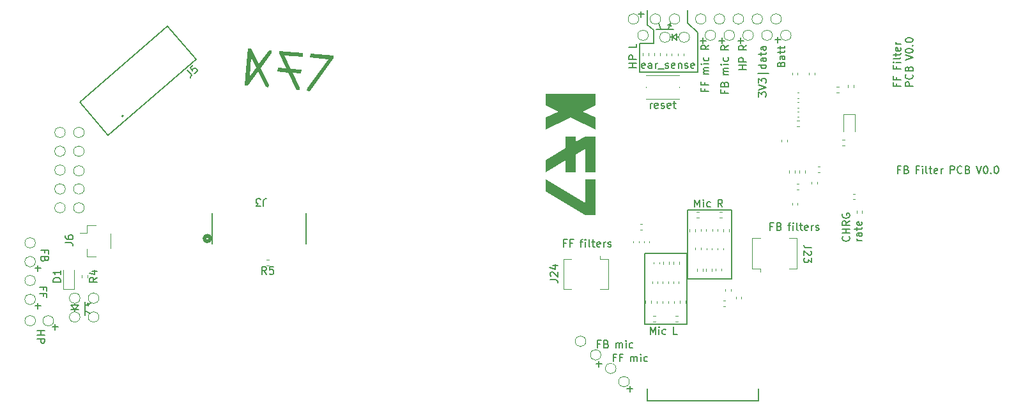
<source format=gbr>
%TF.GenerationSoftware,KiCad,Pcbnew,(7.0.0)*%
%TF.CreationDate,2023-05-27T11:58:37+01:00*%
%TF.ProjectId,all,616c6c2e-6b69-4636-9164-5f7063625858,rev?*%
%TF.SameCoordinates,Original*%
%TF.FileFunction,Legend,Top*%
%TF.FilePolarity,Positive*%
%FSLAX46Y46*%
G04 Gerber Fmt 4.6, Leading zero omitted, Abs format (unit mm)*
G04 Created by KiCad (PCBNEW (7.0.0)) date 2023-05-27 11:58:37*
%MOMM*%
%LPD*%
G01*
G04 APERTURE LIST*
%ADD10C,0.150000*%
%ADD11C,0.300000*%
%ADD12C,0.000000*%
%ADD13C,0.120000*%
%ADD14C,0.200000*%
%ADD15C,0.152400*%
%ADD16C,0.508000*%
G04 APERTURE END LIST*
D10*
X42769028Y-82564751D02*
X42769028Y-83326656D01*
X42388076Y-82945703D02*
X43149980Y-82945703D01*
X45069028Y-85364751D02*
X45069028Y-86126656D01*
X44688076Y-85745703D02*
X45449980Y-85745703D01*
X43511885Y-80798084D02*
X43511885Y-80464751D01*
X42988076Y-80464751D02*
X43988076Y-80464751D01*
X43988076Y-80464751D02*
X43988076Y-80940941D01*
X43511885Y-81655227D02*
X43511885Y-81321894D01*
X42988076Y-81321894D02*
X43988076Y-81321894D01*
X43988076Y-81321894D02*
X43988076Y-81798084D01*
D11*
G36*
X78860363Y-54441800D02*
G01*
X81966466Y-50115276D01*
X81996374Y-49773421D01*
X78880746Y-49500839D01*
X78835830Y-50014230D01*
X81253149Y-50225718D01*
X78479483Y-54087297D01*
X78451596Y-54406038D01*
X78860363Y-54441800D01*
G37*
G36*
X77484425Y-54321421D02*
G01*
X77512737Y-53997814D01*
X76568082Y-52044476D01*
X77675159Y-52141333D01*
X77720074Y-51627941D01*
X76306423Y-51504263D01*
X75454990Y-49718445D01*
X77868659Y-49929614D01*
X77913575Y-49416222D01*
X74797946Y-49143640D01*
X74768570Y-49479413D01*
X75711522Y-51452216D01*
X74604446Y-51355359D01*
X74559530Y-51868751D01*
X75973181Y-51992429D01*
X77079309Y-54285978D01*
X77484425Y-54321421D01*
G37*
G36*
X71059435Y-48816563D02*
G01*
X72061955Y-50879163D01*
X73400111Y-49021345D01*
X73791845Y-49055618D01*
X73761830Y-49398690D01*
X73760979Y-49408422D01*
X72314839Y-51407576D01*
X73391114Y-53635993D01*
X73362696Y-53960816D01*
X72956363Y-53925267D01*
X71974145Y-51882831D01*
X70644885Y-53723039D01*
X70209354Y-53684935D01*
X70308319Y-52553764D01*
X70857512Y-52553764D01*
X71719938Y-51355529D01*
X71078899Y-50023305D01*
X70857512Y-52553764D01*
X70308319Y-52553764D01*
X70638503Y-48779736D01*
X71059435Y-48816563D01*
G37*
D10*
X43711885Y-75898084D02*
X43711885Y-75564751D01*
X43188076Y-75564751D02*
X44188076Y-75564751D01*
X44188076Y-75564751D02*
X44188076Y-76040941D01*
X43711885Y-76755227D02*
X43664266Y-76898084D01*
X43664266Y-76898084D02*
X43616647Y-76945703D01*
X43616647Y-76945703D02*
X43521409Y-76993322D01*
X43521409Y-76993322D02*
X43378552Y-76993322D01*
X43378552Y-76993322D02*
X43283314Y-76945703D01*
X43283314Y-76945703D02*
X43235695Y-76898084D01*
X43235695Y-76898084D02*
X43188076Y-76802846D01*
X43188076Y-76802846D02*
X43188076Y-76421894D01*
X43188076Y-76421894D02*
X44188076Y-76421894D01*
X44188076Y-76421894D02*
X44188076Y-76755227D01*
X44188076Y-76755227D02*
X44140457Y-76850465D01*
X44140457Y-76850465D02*
X44092837Y-76898084D01*
X44092837Y-76898084D02*
X43997599Y-76945703D01*
X43997599Y-76945703D02*
X43902361Y-76945703D01*
X43902361Y-76945703D02*
X43807123Y-76898084D01*
X43807123Y-76898084D02*
X43759504Y-76850465D01*
X43759504Y-76850465D02*
X43711885Y-76755227D01*
X43711885Y-76755227D02*
X43711885Y-76421894D01*
X42688076Y-86264751D02*
X43688076Y-86264751D01*
X43211885Y-86264751D02*
X43211885Y-86836179D01*
X42688076Y-86836179D02*
X43688076Y-86836179D01*
X42688076Y-87312370D02*
X43688076Y-87312370D01*
X43688076Y-87312370D02*
X43688076Y-87693322D01*
X43688076Y-87693322D02*
X43640457Y-87788560D01*
X43640457Y-87788560D02*
X43592837Y-87836179D01*
X43592837Y-87836179D02*
X43497599Y-87883798D01*
X43497599Y-87883798D02*
X43354742Y-87883798D01*
X43354742Y-87883798D02*
X43259504Y-87836179D01*
X43259504Y-87836179D02*
X43211885Y-87788560D01*
X43211885Y-87788560D02*
X43164266Y-87693322D01*
X43164266Y-87693322D02*
X43164266Y-87312370D01*
X42769028Y-77564751D02*
X42769028Y-78326656D01*
X42388076Y-77945703D02*
X43149980Y-77945703D01*
X49070457Y-82926656D02*
X49770457Y-82626656D01*
X47670457Y-83426656D02*
X48170457Y-82826656D01*
X47170457Y-83426656D02*
X48170457Y-83426656D01*
X47170457Y-82826656D02*
X47670457Y-83426656D01*
X49570457Y-82726656D02*
X49370457Y-82626656D01*
X49070457Y-82426656D02*
X49070457Y-84226656D01*
X48170457Y-82826656D02*
X47170457Y-82826656D01*
X49570457Y-82726656D02*
X49470457Y-82926656D01*
X49670457Y-83926656D02*
X49070457Y-83626656D01*
X47670457Y-82826656D02*
X47670457Y-82626656D01*
X49070457Y-83626656D02*
X49070457Y-82926656D01*
X47670457Y-83426656D02*
X47670457Y-83726656D01*
X157035588Y-64870131D02*
X156702255Y-64870131D01*
X156702255Y-65393940D02*
X156702255Y-64393940D01*
X156702255Y-64393940D02*
X157178445Y-64393940D01*
X157892731Y-64870131D02*
X158035588Y-64917750D01*
X158035588Y-64917750D02*
X158083207Y-64965369D01*
X158083207Y-64965369D02*
X158130826Y-65060607D01*
X158130826Y-65060607D02*
X158130826Y-65203464D01*
X158130826Y-65203464D02*
X158083207Y-65298702D01*
X158083207Y-65298702D02*
X158035588Y-65346321D01*
X158035588Y-65346321D02*
X157940350Y-65393940D01*
X157940350Y-65393940D02*
X157559398Y-65393940D01*
X157559398Y-65393940D02*
X157559398Y-64393940D01*
X157559398Y-64393940D02*
X157892731Y-64393940D01*
X157892731Y-64393940D02*
X157987969Y-64441560D01*
X157987969Y-64441560D02*
X158035588Y-64489179D01*
X158035588Y-64489179D02*
X158083207Y-64584417D01*
X158083207Y-64584417D02*
X158083207Y-64679655D01*
X158083207Y-64679655D02*
X158035588Y-64774893D01*
X158035588Y-64774893D02*
X157987969Y-64822512D01*
X157987969Y-64822512D02*
X157892731Y-64870131D01*
X157892731Y-64870131D02*
X157559398Y-64870131D01*
X159492731Y-64870131D02*
X159159398Y-64870131D01*
X159159398Y-65393940D02*
X159159398Y-64393940D01*
X159159398Y-64393940D02*
X159635588Y-64393940D01*
X160016541Y-65393940D02*
X160016541Y-64727274D01*
X160016541Y-64393940D02*
X159968922Y-64441560D01*
X159968922Y-64441560D02*
X160016541Y-64489179D01*
X160016541Y-64489179D02*
X160064160Y-64441560D01*
X160064160Y-64441560D02*
X160016541Y-64393940D01*
X160016541Y-64393940D02*
X160016541Y-64489179D01*
X160635588Y-65393940D02*
X160540350Y-65346321D01*
X160540350Y-65346321D02*
X160492731Y-65251083D01*
X160492731Y-65251083D02*
X160492731Y-64393940D01*
X160873684Y-64727274D02*
X161254636Y-64727274D01*
X161016541Y-64393940D02*
X161016541Y-65251083D01*
X161016541Y-65251083D02*
X161064160Y-65346321D01*
X161064160Y-65346321D02*
X161159398Y-65393940D01*
X161159398Y-65393940D02*
X161254636Y-65393940D01*
X161968922Y-65346321D02*
X161873684Y-65393940D01*
X161873684Y-65393940D02*
X161683208Y-65393940D01*
X161683208Y-65393940D02*
X161587970Y-65346321D01*
X161587970Y-65346321D02*
X161540351Y-65251083D01*
X161540351Y-65251083D02*
X161540351Y-64870131D01*
X161540351Y-64870131D02*
X161587970Y-64774893D01*
X161587970Y-64774893D02*
X161683208Y-64727274D01*
X161683208Y-64727274D02*
X161873684Y-64727274D01*
X161873684Y-64727274D02*
X161968922Y-64774893D01*
X161968922Y-64774893D02*
X162016541Y-64870131D01*
X162016541Y-64870131D02*
X162016541Y-64965369D01*
X162016541Y-64965369D02*
X161540351Y-65060607D01*
X162445113Y-65393940D02*
X162445113Y-64727274D01*
X162445113Y-64917750D02*
X162492732Y-64822512D01*
X162492732Y-64822512D02*
X162540351Y-64774893D01*
X162540351Y-64774893D02*
X162635589Y-64727274D01*
X162635589Y-64727274D02*
X162730827Y-64727274D01*
X163664161Y-65393940D02*
X163664161Y-64393940D01*
X163664161Y-64393940D02*
X164045113Y-64393940D01*
X164045113Y-64393940D02*
X164140351Y-64441560D01*
X164140351Y-64441560D02*
X164187970Y-64489179D01*
X164187970Y-64489179D02*
X164235589Y-64584417D01*
X164235589Y-64584417D02*
X164235589Y-64727274D01*
X164235589Y-64727274D02*
X164187970Y-64822512D01*
X164187970Y-64822512D02*
X164140351Y-64870131D01*
X164140351Y-64870131D02*
X164045113Y-64917750D01*
X164045113Y-64917750D02*
X163664161Y-64917750D01*
X165235589Y-65298702D02*
X165187970Y-65346321D01*
X165187970Y-65346321D02*
X165045113Y-65393940D01*
X165045113Y-65393940D02*
X164949875Y-65393940D01*
X164949875Y-65393940D02*
X164807018Y-65346321D01*
X164807018Y-65346321D02*
X164711780Y-65251083D01*
X164711780Y-65251083D02*
X164664161Y-65155845D01*
X164664161Y-65155845D02*
X164616542Y-64965369D01*
X164616542Y-64965369D02*
X164616542Y-64822512D01*
X164616542Y-64822512D02*
X164664161Y-64632036D01*
X164664161Y-64632036D02*
X164711780Y-64536798D01*
X164711780Y-64536798D02*
X164807018Y-64441560D01*
X164807018Y-64441560D02*
X164949875Y-64393940D01*
X164949875Y-64393940D02*
X165045113Y-64393940D01*
X165045113Y-64393940D02*
X165187970Y-64441560D01*
X165187970Y-64441560D02*
X165235589Y-64489179D01*
X165997494Y-64870131D02*
X166140351Y-64917750D01*
X166140351Y-64917750D02*
X166187970Y-64965369D01*
X166187970Y-64965369D02*
X166235589Y-65060607D01*
X166235589Y-65060607D02*
X166235589Y-65203464D01*
X166235589Y-65203464D02*
X166187970Y-65298702D01*
X166187970Y-65298702D02*
X166140351Y-65346321D01*
X166140351Y-65346321D02*
X166045113Y-65393940D01*
X166045113Y-65393940D02*
X165664161Y-65393940D01*
X165664161Y-65393940D02*
X165664161Y-64393940D01*
X165664161Y-64393940D02*
X165997494Y-64393940D01*
X165997494Y-64393940D02*
X166092732Y-64441560D01*
X166092732Y-64441560D02*
X166140351Y-64489179D01*
X166140351Y-64489179D02*
X166187970Y-64584417D01*
X166187970Y-64584417D02*
X166187970Y-64679655D01*
X166187970Y-64679655D02*
X166140351Y-64774893D01*
X166140351Y-64774893D02*
X166092732Y-64822512D01*
X166092732Y-64822512D02*
X165997494Y-64870131D01*
X165997494Y-64870131D02*
X165664161Y-64870131D01*
X167121304Y-64393940D02*
X167454637Y-65393940D01*
X167454637Y-65393940D02*
X167787970Y-64393940D01*
X168311780Y-64393940D02*
X168407018Y-64393940D01*
X168407018Y-64393940D02*
X168502256Y-64441560D01*
X168502256Y-64441560D02*
X168549875Y-64489179D01*
X168549875Y-64489179D02*
X168597494Y-64584417D01*
X168597494Y-64584417D02*
X168645113Y-64774893D01*
X168645113Y-64774893D02*
X168645113Y-65012988D01*
X168645113Y-65012988D02*
X168597494Y-65203464D01*
X168597494Y-65203464D02*
X168549875Y-65298702D01*
X168549875Y-65298702D02*
X168502256Y-65346321D01*
X168502256Y-65346321D02*
X168407018Y-65393940D01*
X168407018Y-65393940D02*
X168311780Y-65393940D01*
X168311780Y-65393940D02*
X168216542Y-65346321D01*
X168216542Y-65346321D02*
X168168923Y-65298702D01*
X168168923Y-65298702D02*
X168121304Y-65203464D01*
X168121304Y-65203464D02*
X168073685Y-65012988D01*
X168073685Y-65012988D02*
X168073685Y-64774893D01*
X168073685Y-64774893D02*
X168121304Y-64584417D01*
X168121304Y-64584417D02*
X168168923Y-64489179D01*
X168168923Y-64489179D02*
X168216542Y-64441560D01*
X168216542Y-64441560D02*
X168311780Y-64393940D01*
X169073685Y-65298702D02*
X169121304Y-65346321D01*
X169121304Y-65346321D02*
X169073685Y-65393940D01*
X169073685Y-65393940D02*
X169026066Y-65346321D01*
X169026066Y-65346321D02*
X169073685Y-65298702D01*
X169073685Y-65298702D02*
X169073685Y-65393940D01*
X169740351Y-64393940D02*
X169835589Y-64393940D01*
X169835589Y-64393940D02*
X169930827Y-64441560D01*
X169930827Y-64441560D02*
X169978446Y-64489179D01*
X169978446Y-64489179D02*
X170026065Y-64584417D01*
X170026065Y-64584417D02*
X170073684Y-64774893D01*
X170073684Y-64774893D02*
X170073684Y-65012988D01*
X170073684Y-65012988D02*
X170026065Y-65203464D01*
X170026065Y-65203464D02*
X169978446Y-65298702D01*
X169978446Y-65298702D02*
X169930827Y-65346321D01*
X169930827Y-65346321D02*
X169835589Y-65393940D01*
X169835589Y-65393940D02*
X169740351Y-65393940D01*
X169740351Y-65393940D02*
X169645113Y-65346321D01*
X169645113Y-65346321D02*
X169597494Y-65298702D01*
X169597494Y-65298702D02*
X169549875Y-65203464D01*
X169549875Y-65203464D02*
X169502256Y-65012988D01*
X169502256Y-65012988D02*
X169502256Y-64774893D01*
X169502256Y-64774893D02*
X169549875Y-64584417D01*
X169549875Y-64584417D02*
X169597494Y-64489179D01*
X169597494Y-64489179D02*
X169645113Y-64441560D01*
X169645113Y-64441560D02*
X169740351Y-64393940D01*
X156588571Y-53478571D02*
X156588571Y-53811904D01*
X157112380Y-53811904D02*
X156112380Y-53811904D01*
X156112380Y-53811904D02*
X156112380Y-53335714D01*
X156588571Y-52621428D02*
X156588571Y-52954761D01*
X157112380Y-52954761D02*
X156112380Y-52954761D01*
X156112380Y-52954761D02*
X156112380Y-52478571D01*
X156588571Y-51164285D02*
X156588571Y-51497618D01*
X157112380Y-51497618D02*
X156112380Y-51497618D01*
X156112380Y-51497618D02*
X156112380Y-51021428D01*
X157112380Y-50640475D02*
X156445714Y-50640475D01*
X156112380Y-50640475D02*
X156160000Y-50688094D01*
X156160000Y-50688094D02*
X156207619Y-50640475D01*
X156207619Y-50640475D02*
X156160000Y-50592856D01*
X156160000Y-50592856D02*
X156112380Y-50640475D01*
X156112380Y-50640475D02*
X156207619Y-50640475D01*
X157112380Y-50021428D02*
X157064761Y-50116666D01*
X157064761Y-50116666D02*
X156969523Y-50164285D01*
X156969523Y-50164285D02*
X156112380Y-50164285D01*
X156445714Y-49783332D02*
X156445714Y-49402380D01*
X156112380Y-49640475D02*
X156969523Y-49640475D01*
X156969523Y-49640475D02*
X157064761Y-49592856D01*
X157064761Y-49592856D02*
X157112380Y-49497618D01*
X157112380Y-49497618D02*
X157112380Y-49402380D01*
X157064761Y-48688094D02*
X157112380Y-48783332D01*
X157112380Y-48783332D02*
X157112380Y-48973808D01*
X157112380Y-48973808D02*
X157064761Y-49069046D01*
X157064761Y-49069046D02*
X156969523Y-49116665D01*
X156969523Y-49116665D02*
X156588571Y-49116665D01*
X156588571Y-49116665D02*
X156493333Y-49069046D01*
X156493333Y-49069046D02*
X156445714Y-48973808D01*
X156445714Y-48973808D02*
X156445714Y-48783332D01*
X156445714Y-48783332D02*
X156493333Y-48688094D01*
X156493333Y-48688094D02*
X156588571Y-48640475D01*
X156588571Y-48640475D02*
X156683809Y-48640475D01*
X156683809Y-48640475D02*
X156779047Y-49116665D01*
X157112380Y-48211903D02*
X156445714Y-48211903D01*
X156636190Y-48211903D02*
X156540952Y-48164284D01*
X156540952Y-48164284D02*
X156493333Y-48116665D01*
X156493333Y-48116665D02*
X156445714Y-48021427D01*
X156445714Y-48021427D02*
X156445714Y-47926189D01*
X158732380Y-53811904D02*
X157732380Y-53811904D01*
X157732380Y-53811904D02*
X157732380Y-53430952D01*
X157732380Y-53430952D02*
X157780000Y-53335714D01*
X157780000Y-53335714D02*
X157827619Y-53288095D01*
X157827619Y-53288095D02*
X157922857Y-53240476D01*
X157922857Y-53240476D02*
X158065714Y-53240476D01*
X158065714Y-53240476D02*
X158160952Y-53288095D01*
X158160952Y-53288095D02*
X158208571Y-53335714D01*
X158208571Y-53335714D02*
X158256190Y-53430952D01*
X158256190Y-53430952D02*
X158256190Y-53811904D01*
X158637142Y-52240476D02*
X158684761Y-52288095D01*
X158684761Y-52288095D02*
X158732380Y-52430952D01*
X158732380Y-52430952D02*
X158732380Y-52526190D01*
X158732380Y-52526190D02*
X158684761Y-52669047D01*
X158684761Y-52669047D02*
X158589523Y-52764285D01*
X158589523Y-52764285D02*
X158494285Y-52811904D01*
X158494285Y-52811904D02*
X158303809Y-52859523D01*
X158303809Y-52859523D02*
X158160952Y-52859523D01*
X158160952Y-52859523D02*
X157970476Y-52811904D01*
X157970476Y-52811904D02*
X157875238Y-52764285D01*
X157875238Y-52764285D02*
X157780000Y-52669047D01*
X157780000Y-52669047D02*
X157732380Y-52526190D01*
X157732380Y-52526190D02*
X157732380Y-52430952D01*
X157732380Y-52430952D02*
X157780000Y-52288095D01*
X157780000Y-52288095D02*
X157827619Y-52240476D01*
X158208571Y-51478571D02*
X158256190Y-51335714D01*
X158256190Y-51335714D02*
X158303809Y-51288095D01*
X158303809Y-51288095D02*
X158399047Y-51240476D01*
X158399047Y-51240476D02*
X158541904Y-51240476D01*
X158541904Y-51240476D02*
X158637142Y-51288095D01*
X158637142Y-51288095D02*
X158684761Y-51335714D01*
X158684761Y-51335714D02*
X158732380Y-51430952D01*
X158732380Y-51430952D02*
X158732380Y-51811904D01*
X158732380Y-51811904D02*
X157732380Y-51811904D01*
X157732380Y-51811904D02*
X157732380Y-51478571D01*
X157732380Y-51478571D02*
X157780000Y-51383333D01*
X157780000Y-51383333D02*
X157827619Y-51335714D01*
X157827619Y-51335714D02*
X157922857Y-51288095D01*
X157922857Y-51288095D02*
X158018095Y-51288095D01*
X158018095Y-51288095D02*
X158113333Y-51335714D01*
X158113333Y-51335714D02*
X158160952Y-51383333D01*
X158160952Y-51383333D02*
X158208571Y-51478571D01*
X158208571Y-51478571D02*
X158208571Y-51811904D01*
X157732380Y-50354761D02*
X158732380Y-50021428D01*
X158732380Y-50021428D02*
X157732380Y-49688095D01*
X157732380Y-49164285D02*
X157732380Y-49069047D01*
X157732380Y-49069047D02*
X157780000Y-48973809D01*
X157780000Y-48973809D02*
X157827619Y-48926190D01*
X157827619Y-48926190D02*
X157922857Y-48878571D01*
X157922857Y-48878571D02*
X158113333Y-48830952D01*
X158113333Y-48830952D02*
X158351428Y-48830952D01*
X158351428Y-48830952D02*
X158541904Y-48878571D01*
X158541904Y-48878571D02*
X158637142Y-48926190D01*
X158637142Y-48926190D02*
X158684761Y-48973809D01*
X158684761Y-48973809D02*
X158732380Y-49069047D01*
X158732380Y-49069047D02*
X158732380Y-49164285D01*
X158732380Y-49164285D02*
X158684761Y-49259523D01*
X158684761Y-49259523D02*
X158637142Y-49307142D01*
X158637142Y-49307142D02*
X158541904Y-49354761D01*
X158541904Y-49354761D02*
X158351428Y-49402380D01*
X158351428Y-49402380D02*
X158113333Y-49402380D01*
X158113333Y-49402380D02*
X157922857Y-49354761D01*
X157922857Y-49354761D02*
X157827619Y-49307142D01*
X157827619Y-49307142D02*
X157780000Y-49259523D01*
X157780000Y-49259523D02*
X157732380Y-49164285D01*
X158637142Y-48402380D02*
X158684761Y-48354761D01*
X158684761Y-48354761D02*
X158732380Y-48402380D01*
X158732380Y-48402380D02*
X158684761Y-48449999D01*
X158684761Y-48449999D02*
X158637142Y-48402380D01*
X158637142Y-48402380D02*
X158732380Y-48402380D01*
X157732380Y-47735714D02*
X157732380Y-47640476D01*
X157732380Y-47640476D02*
X157780000Y-47545238D01*
X157780000Y-47545238D02*
X157827619Y-47497619D01*
X157827619Y-47497619D02*
X157922857Y-47450000D01*
X157922857Y-47450000D02*
X158113333Y-47402381D01*
X158113333Y-47402381D02*
X158351428Y-47402381D01*
X158351428Y-47402381D02*
X158541904Y-47450000D01*
X158541904Y-47450000D02*
X158637142Y-47497619D01*
X158637142Y-47497619D02*
X158684761Y-47545238D01*
X158684761Y-47545238D02*
X158732380Y-47640476D01*
X158732380Y-47640476D02*
X158732380Y-47735714D01*
X158732380Y-47735714D02*
X158684761Y-47830952D01*
X158684761Y-47830952D02*
X158637142Y-47878571D01*
X158637142Y-47878571D02*
X158541904Y-47926190D01*
X158541904Y-47926190D02*
X158351428Y-47973809D01*
X158351428Y-47973809D02*
X158113333Y-47973809D01*
X158113333Y-47973809D02*
X157922857Y-47926190D01*
X157922857Y-47926190D02*
X157827619Y-47878571D01*
X157827619Y-47878571D02*
X157780000Y-47830952D01*
X157780000Y-47830952D02*
X157732380Y-47735714D01*
D12*
G36*
X116698277Y-70911424D02*
G01*
X115313130Y-70913330D01*
X110097770Y-67773360D01*
X110095547Y-66171467D01*
X115310907Y-69292598D01*
X115306463Y-66164165D01*
X116691715Y-66162260D01*
X116698277Y-70911424D01*
G37*
G36*
X116677851Y-56315209D02*
G01*
X114973511Y-57146741D01*
X116680179Y-57964198D01*
X116682402Y-59528414D01*
X113382095Y-57921759D01*
X110086234Y-59537622D01*
X110084117Y-57973406D01*
X111788457Y-57151293D01*
X110081789Y-56324417D01*
X110079672Y-54788458D01*
X116675735Y-54779251D01*
X116677851Y-56315209D01*
G37*
G36*
X116690340Y-65219920D02*
G01*
X115305193Y-65221825D01*
X115300748Y-62093391D01*
X114086205Y-62820678D01*
X114089591Y-65223518D01*
X112704445Y-65225529D01*
X112702222Y-63661312D01*
X110094277Y-65229127D01*
X110092055Y-63627233D01*
X112700000Y-62050000D01*
X112697777Y-60476259D01*
X114082924Y-60474353D01*
X114083982Y-61209365D01*
X115298525Y-60472660D01*
X116683672Y-60470756D01*
X116690340Y-65219920D01*
G37*
D10*
X120838095Y-93951428D02*
X121600000Y-93951428D01*
X121219047Y-94332380D02*
X121219047Y-93570476D01*
X117271428Y-88008571D02*
X116938095Y-88008571D01*
X116938095Y-88532380D02*
X116938095Y-87532380D01*
X116938095Y-87532380D02*
X117414285Y-87532380D01*
X118128571Y-88008571D02*
X118271428Y-88056190D01*
X118271428Y-88056190D02*
X118319047Y-88103809D01*
X118319047Y-88103809D02*
X118366666Y-88199047D01*
X118366666Y-88199047D02*
X118366666Y-88341904D01*
X118366666Y-88341904D02*
X118319047Y-88437142D01*
X118319047Y-88437142D02*
X118271428Y-88484761D01*
X118271428Y-88484761D02*
X118176190Y-88532380D01*
X118176190Y-88532380D02*
X117795238Y-88532380D01*
X117795238Y-88532380D02*
X117795238Y-87532380D01*
X117795238Y-87532380D02*
X118128571Y-87532380D01*
X118128571Y-87532380D02*
X118223809Y-87580000D01*
X118223809Y-87580000D02*
X118271428Y-87627619D01*
X118271428Y-87627619D02*
X118319047Y-87722857D01*
X118319047Y-87722857D02*
X118319047Y-87818095D01*
X118319047Y-87818095D02*
X118271428Y-87913333D01*
X118271428Y-87913333D02*
X118223809Y-87960952D01*
X118223809Y-87960952D02*
X118128571Y-88008571D01*
X118128571Y-88008571D02*
X117795238Y-88008571D01*
X119395238Y-88532380D02*
X119395238Y-87865714D01*
X119395238Y-87960952D02*
X119442857Y-87913333D01*
X119442857Y-87913333D02*
X119538095Y-87865714D01*
X119538095Y-87865714D02*
X119680952Y-87865714D01*
X119680952Y-87865714D02*
X119776190Y-87913333D01*
X119776190Y-87913333D02*
X119823809Y-88008571D01*
X119823809Y-88008571D02*
X119823809Y-88532380D01*
X119823809Y-88008571D02*
X119871428Y-87913333D01*
X119871428Y-87913333D02*
X119966666Y-87865714D01*
X119966666Y-87865714D02*
X120109523Y-87865714D01*
X120109523Y-87865714D02*
X120204762Y-87913333D01*
X120204762Y-87913333D02*
X120252381Y-88008571D01*
X120252381Y-88008571D02*
X120252381Y-88532380D01*
X120728571Y-88532380D02*
X120728571Y-87865714D01*
X120728571Y-87532380D02*
X120680952Y-87580000D01*
X120680952Y-87580000D02*
X120728571Y-87627619D01*
X120728571Y-87627619D02*
X120776190Y-87580000D01*
X120776190Y-87580000D02*
X120728571Y-87532380D01*
X120728571Y-87532380D02*
X120728571Y-87627619D01*
X121633332Y-88484761D02*
X121538094Y-88532380D01*
X121538094Y-88532380D02*
X121347618Y-88532380D01*
X121347618Y-88532380D02*
X121252380Y-88484761D01*
X121252380Y-88484761D02*
X121204761Y-88437142D01*
X121204761Y-88437142D02*
X121157142Y-88341904D01*
X121157142Y-88341904D02*
X121157142Y-88056190D01*
X121157142Y-88056190D02*
X121204761Y-87960952D01*
X121204761Y-87960952D02*
X121252380Y-87913333D01*
X121252380Y-87913333D02*
X121347618Y-87865714D01*
X121347618Y-87865714D02*
X121538094Y-87865714D01*
X121538094Y-87865714D02*
X121633332Y-87913333D01*
X130538095Y-47751428D02*
X131300000Y-47751428D01*
X130919047Y-48132380D02*
X130919047Y-47370476D01*
X123938095Y-86732380D02*
X123938095Y-85732380D01*
X123938095Y-85732380D02*
X124271428Y-86446666D01*
X124271428Y-86446666D02*
X124604761Y-85732380D01*
X124604761Y-85732380D02*
X124604761Y-86732380D01*
X125080952Y-86732380D02*
X125080952Y-86065714D01*
X125080952Y-85732380D02*
X125033333Y-85780000D01*
X125033333Y-85780000D02*
X125080952Y-85827619D01*
X125080952Y-85827619D02*
X125128571Y-85780000D01*
X125128571Y-85780000D02*
X125080952Y-85732380D01*
X125080952Y-85732380D02*
X125080952Y-85827619D01*
X125985713Y-86684761D02*
X125890475Y-86732380D01*
X125890475Y-86732380D02*
X125699999Y-86732380D01*
X125699999Y-86732380D02*
X125604761Y-86684761D01*
X125604761Y-86684761D02*
X125557142Y-86637142D01*
X125557142Y-86637142D02*
X125509523Y-86541904D01*
X125509523Y-86541904D02*
X125509523Y-86256190D01*
X125509523Y-86256190D02*
X125557142Y-86160952D01*
X125557142Y-86160952D02*
X125604761Y-86113333D01*
X125604761Y-86113333D02*
X125699999Y-86065714D01*
X125699999Y-86065714D02*
X125890475Y-86065714D01*
X125890475Y-86065714D02*
X125985713Y-86113333D01*
X127490475Y-86732380D02*
X127014285Y-86732380D01*
X127014285Y-86732380D02*
X127014285Y-85732380D01*
X116738095Y-90651428D02*
X117500000Y-90651428D01*
X117119047Y-91032380D02*
X117119047Y-90270476D01*
X141258571Y-50878571D02*
X141306190Y-50735714D01*
X141306190Y-50735714D02*
X141353809Y-50688095D01*
X141353809Y-50688095D02*
X141449047Y-50640476D01*
X141449047Y-50640476D02*
X141591904Y-50640476D01*
X141591904Y-50640476D02*
X141687142Y-50688095D01*
X141687142Y-50688095D02*
X141734761Y-50735714D01*
X141734761Y-50735714D02*
X141782380Y-50830952D01*
X141782380Y-50830952D02*
X141782380Y-51211904D01*
X141782380Y-51211904D02*
X140782380Y-51211904D01*
X140782380Y-51211904D02*
X140782380Y-50878571D01*
X140782380Y-50878571D02*
X140830000Y-50783333D01*
X140830000Y-50783333D02*
X140877619Y-50735714D01*
X140877619Y-50735714D02*
X140972857Y-50688095D01*
X140972857Y-50688095D02*
X141068095Y-50688095D01*
X141068095Y-50688095D02*
X141163333Y-50735714D01*
X141163333Y-50735714D02*
X141210952Y-50783333D01*
X141210952Y-50783333D02*
X141258571Y-50878571D01*
X141258571Y-50878571D02*
X141258571Y-51211904D01*
X141782380Y-49783333D02*
X141258571Y-49783333D01*
X141258571Y-49783333D02*
X141163333Y-49830952D01*
X141163333Y-49830952D02*
X141115714Y-49926190D01*
X141115714Y-49926190D02*
X141115714Y-50116666D01*
X141115714Y-50116666D02*
X141163333Y-50211904D01*
X141734761Y-49783333D02*
X141782380Y-49878571D01*
X141782380Y-49878571D02*
X141782380Y-50116666D01*
X141782380Y-50116666D02*
X141734761Y-50211904D01*
X141734761Y-50211904D02*
X141639523Y-50259523D01*
X141639523Y-50259523D02*
X141544285Y-50259523D01*
X141544285Y-50259523D02*
X141449047Y-50211904D01*
X141449047Y-50211904D02*
X141401428Y-50116666D01*
X141401428Y-50116666D02*
X141401428Y-49878571D01*
X141401428Y-49878571D02*
X141353809Y-49783333D01*
X141115714Y-49449999D02*
X141115714Y-49069047D01*
X140782380Y-49307142D02*
X141639523Y-49307142D01*
X141639523Y-49307142D02*
X141734761Y-49259523D01*
X141734761Y-49259523D02*
X141782380Y-49164285D01*
X141782380Y-49164285D02*
X141782380Y-49069047D01*
X141115714Y-48878570D02*
X141115714Y-48497618D01*
X140782380Y-48735713D02*
X141639523Y-48735713D01*
X141639523Y-48735713D02*
X141734761Y-48688094D01*
X141734761Y-48688094D02*
X141782380Y-48592856D01*
X141782380Y-48592856D02*
X141782380Y-48497618D01*
X133758571Y-54378571D02*
X133758571Y-54711904D01*
X134282380Y-54711904D02*
X133282380Y-54711904D01*
X133282380Y-54711904D02*
X133282380Y-54235714D01*
X133758571Y-53521428D02*
X133806190Y-53378571D01*
X133806190Y-53378571D02*
X133853809Y-53330952D01*
X133853809Y-53330952D02*
X133949047Y-53283333D01*
X133949047Y-53283333D02*
X134091904Y-53283333D01*
X134091904Y-53283333D02*
X134187142Y-53330952D01*
X134187142Y-53330952D02*
X134234761Y-53378571D01*
X134234761Y-53378571D02*
X134282380Y-53473809D01*
X134282380Y-53473809D02*
X134282380Y-53854761D01*
X134282380Y-53854761D02*
X133282380Y-53854761D01*
X133282380Y-53854761D02*
X133282380Y-53521428D01*
X133282380Y-53521428D02*
X133330000Y-53426190D01*
X133330000Y-53426190D02*
X133377619Y-53378571D01*
X133377619Y-53378571D02*
X133472857Y-53330952D01*
X133472857Y-53330952D02*
X133568095Y-53330952D01*
X133568095Y-53330952D02*
X133663333Y-53378571D01*
X133663333Y-53378571D02*
X133710952Y-53426190D01*
X133710952Y-53426190D02*
X133758571Y-53521428D01*
X133758571Y-53521428D02*
X133758571Y-53854761D01*
X134282380Y-52254761D02*
X133615714Y-52254761D01*
X133710952Y-52254761D02*
X133663333Y-52207142D01*
X133663333Y-52207142D02*
X133615714Y-52111904D01*
X133615714Y-52111904D02*
X133615714Y-51969047D01*
X133615714Y-51969047D02*
X133663333Y-51873809D01*
X133663333Y-51873809D02*
X133758571Y-51826190D01*
X133758571Y-51826190D02*
X134282380Y-51826190D01*
X133758571Y-51826190D02*
X133663333Y-51778571D01*
X133663333Y-51778571D02*
X133615714Y-51683333D01*
X133615714Y-51683333D02*
X133615714Y-51540476D01*
X133615714Y-51540476D02*
X133663333Y-51445237D01*
X133663333Y-51445237D02*
X133758571Y-51397618D01*
X133758571Y-51397618D02*
X134282380Y-51397618D01*
X134282380Y-50921428D02*
X133615714Y-50921428D01*
X133282380Y-50921428D02*
X133330000Y-50969047D01*
X133330000Y-50969047D02*
X133377619Y-50921428D01*
X133377619Y-50921428D02*
X133330000Y-50873809D01*
X133330000Y-50873809D02*
X133282380Y-50921428D01*
X133282380Y-50921428D02*
X133377619Y-50921428D01*
X134234761Y-50016667D02*
X134282380Y-50111905D01*
X134282380Y-50111905D02*
X134282380Y-50302381D01*
X134282380Y-50302381D02*
X134234761Y-50397619D01*
X134234761Y-50397619D02*
X134187142Y-50445238D01*
X134187142Y-50445238D02*
X134091904Y-50492857D01*
X134091904Y-50492857D02*
X133806190Y-50492857D01*
X133806190Y-50492857D02*
X133710952Y-50445238D01*
X133710952Y-50445238D02*
X133663333Y-50397619D01*
X133663333Y-50397619D02*
X133615714Y-50302381D01*
X133615714Y-50302381D02*
X133615714Y-50111905D01*
X133615714Y-50111905D02*
X133663333Y-50016667D01*
X134282380Y-48416667D02*
X133806190Y-48750000D01*
X134282380Y-48988095D02*
X133282380Y-48988095D01*
X133282380Y-48988095D02*
X133282380Y-48607143D01*
X133282380Y-48607143D02*
X133330000Y-48511905D01*
X133330000Y-48511905D02*
X133377619Y-48464286D01*
X133377619Y-48464286D02*
X133472857Y-48416667D01*
X133472857Y-48416667D02*
X133615714Y-48416667D01*
X133615714Y-48416667D02*
X133710952Y-48464286D01*
X133710952Y-48464286D02*
X133758571Y-48511905D01*
X133758571Y-48511905D02*
X133806190Y-48607143D01*
X133806190Y-48607143D02*
X133806190Y-48988095D01*
X135538095Y-47751428D02*
X136300000Y-47751428D01*
X135919047Y-48132380D02*
X135919047Y-47370476D01*
X129838095Y-69832380D02*
X129838095Y-68832380D01*
X129838095Y-68832380D02*
X130171428Y-69546666D01*
X130171428Y-69546666D02*
X130504761Y-68832380D01*
X130504761Y-68832380D02*
X130504761Y-69832380D01*
X130980952Y-69832380D02*
X130980952Y-69165714D01*
X130980952Y-68832380D02*
X130933333Y-68880000D01*
X130933333Y-68880000D02*
X130980952Y-68927619D01*
X130980952Y-68927619D02*
X131028571Y-68880000D01*
X131028571Y-68880000D02*
X130980952Y-68832380D01*
X130980952Y-68832380D02*
X130980952Y-68927619D01*
X131885713Y-69784761D02*
X131790475Y-69832380D01*
X131790475Y-69832380D02*
X131599999Y-69832380D01*
X131599999Y-69832380D02*
X131504761Y-69784761D01*
X131504761Y-69784761D02*
X131457142Y-69737142D01*
X131457142Y-69737142D02*
X131409523Y-69641904D01*
X131409523Y-69641904D02*
X131409523Y-69356190D01*
X131409523Y-69356190D02*
X131457142Y-69260952D01*
X131457142Y-69260952D02*
X131504761Y-69213333D01*
X131504761Y-69213333D02*
X131599999Y-69165714D01*
X131599999Y-69165714D02*
X131790475Y-69165714D01*
X131790475Y-69165714D02*
X131885713Y-69213333D01*
X133485713Y-69832380D02*
X133152380Y-69356190D01*
X132914285Y-69832380D02*
X132914285Y-68832380D01*
X132914285Y-68832380D02*
X133295237Y-68832380D01*
X133295237Y-68832380D02*
X133390475Y-68880000D01*
X133390475Y-68880000D02*
X133438094Y-68927619D01*
X133438094Y-68927619D02*
X133485713Y-69022857D01*
X133485713Y-69022857D02*
X133485713Y-69165714D01*
X133485713Y-69165714D02*
X133438094Y-69260952D01*
X133438094Y-69260952D02*
X133390475Y-69308571D01*
X133390475Y-69308571D02*
X133295237Y-69356190D01*
X133295237Y-69356190D02*
X132914285Y-69356190D01*
X136682380Y-51611904D02*
X135682380Y-51611904D01*
X136158571Y-51611904D02*
X136158571Y-51040476D01*
X136682380Y-51040476D02*
X135682380Y-51040476D01*
X136682380Y-50564285D02*
X135682380Y-50564285D01*
X135682380Y-50564285D02*
X135682380Y-50183333D01*
X135682380Y-50183333D02*
X135730000Y-50088095D01*
X135730000Y-50088095D02*
X135777619Y-50040476D01*
X135777619Y-50040476D02*
X135872857Y-49992857D01*
X135872857Y-49992857D02*
X136015714Y-49992857D01*
X136015714Y-49992857D02*
X136110952Y-50040476D01*
X136110952Y-50040476D02*
X136158571Y-50088095D01*
X136158571Y-50088095D02*
X136206190Y-50183333D01*
X136206190Y-50183333D02*
X136206190Y-50564285D01*
X136682380Y-48392857D02*
X136206190Y-48726190D01*
X136682380Y-48964285D02*
X135682380Y-48964285D01*
X135682380Y-48964285D02*
X135682380Y-48583333D01*
X135682380Y-48583333D02*
X135730000Y-48488095D01*
X135730000Y-48488095D02*
X135777619Y-48440476D01*
X135777619Y-48440476D02*
X135872857Y-48392857D01*
X135872857Y-48392857D02*
X136015714Y-48392857D01*
X136015714Y-48392857D02*
X136110952Y-48440476D01*
X136110952Y-48440476D02*
X136158571Y-48488095D01*
X136158571Y-48488095D02*
X136206190Y-48583333D01*
X136206190Y-48583333D02*
X136206190Y-48964285D01*
X133038095Y-47751428D02*
X133800000Y-47751428D01*
X133419047Y-48132380D02*
X133419047Y-47370476D01*
X138282380Y-55207142D02*
X138282380Y-54588095D01*
X138282380Y-54588095D02*
X138663333Y-54921428D01*
X138663333Y-54921428D02*
X138663333Y-54778571D01*
X138663333Y-54778571D02*
X138710952Y-54683333D01*
X138710952Y-54683333D02*
X138758571Y-54635714D01*
X138758571Y-54635714D02*
X138853809Y-54588095D01*
X138853809Y-54588095D02*
X139091904Y-54588095D01*
X139091904Y-54588095D02*
X139187142Y-54635714D01*
X139187142Y-54635714D02*
X139234761Y-54683333D01*
X139234761Y-54683333D02*
X139282380Y-54778571D01*
X139282380Y-54778571D02*
X139282380Y-55064285D01*
X139282380Y-55064285D02*
X139234761Y-55159523D01*
X139234761Y-55159523D02*
X139187142Y-55207142D01*
X138282380Y-54302380D02*
X139282380Y-53969047D01*
X139282380Y-53969047D02*
X138282380Y-53635714D01*
X138282380Y-53397618D02*
X138282380Y-52778571D01*
X138282380Y-52778571D02*
X138663333Y-53111904D01*
X138663333Y-53111904D02*
X138663333Y-52969047D01*
X138663333Y-52969047D02*
X138710952Y-52873809D01*
X138710952Y-52873809D02*
X138758571Y-52826190D01*
X138758571Y-52826190D02*
X138853809Y-52778571D01*
X138853809Y-52778571D02*
X139091904Y-52778571D01*
X139091904Y-52778571D02*
X139187142Y-52826190D01*
X139187142Y-52826190D02*
X139234761Y-52873809D01*
X139234761Y-52873809D02*
X139282380Y-52969047D01*
X139282380Y-52969047D02*
X139282380Y-53254761D01*
X139282380Y-53254761D02*
X139234761Y-53349999D01*
X139234761Y-53349999D02*
X139187142Y-53397618D01*
X139615714Y-52111904D02*
X138187142Y-52111904D01*
X139282380Y-50969047D02*
X138282380Y-50969047D01*
X139234761Y-50969047D02*
X139282380Y-51064285D01*
X139282380Y-51064285D02*
X139282380Y-51254761D01*
X139282380Y-51254761D02*
X139234761Y-51349999D01*
X139234761Y-51349999D02*
X139187142Y-51397618D01*
X139187142Y-51397618D02*
X139091904Y-51445237D01*
X139091904Y-51445237D02*
X138806190Y-51445237D01*
X138806190Y-51445237D02*
X138710952Y-51397618D01*
X138710952Y-51397618D02*
X138663333Y-51349999D01*
X138663333Y-51349999D02*
X138615714Y-51254761D01*
X138615714Y-51254761D02*
X138615714Y-51064285D01*
X138615714Y-51064285D02*
X138663333Y-50969047D01*
X139282380Y-50064285D02*
X138758571Y-50064285D01*
X138758571Y-50064285D02*
X138663333Y-50111904D01*
X138663333Y-50111904D02*
X138615714Y-50207142D01*
X138615714Y-50207142D02*
X138615714Y-50397618D01*
X138615714Y-50397618D02*
X138663333Y-50492856D01*
X139234761Y-50064285D02*
X139282380Y-50159523D01*
X139282380Y-50159523D02*
X139282380Y-50397618D01*
X139282380Y-50397618D02*
X139234761Y-50492856D01*
X139234761Y-50492856D02*
X139139523Y-50540475D01*
X139139523Y-50540475D02*
X139044285Y-50540475D01*
X139044285Y-50540475D02*
X138949047Y-50492856D01*
X138949047Y-50492856D02*
X138901428Y-50397618D01*
X138901428Y-50397618D02*
X138901428Y-50159523D01*
X138901428Y-50159523D02*
X138853809Y-50064285D01*
X138615714Y-49730951D02*
X138615714Y-49349999D01*
X138282380Y-49588094D02*
X139139523Y-49588094D01*
X139139523Y-49588094D02*
X139234761Y-49540475D01*
X139234761Y-49540475D02*
X139282380Y-49445237D01*
X139282380Y-49445237D02*
X139282380Y-49349999D01*
X139282380Y-48588094D02*
X138758571Y-48588094D01*
X138758571Y-48588094D02*
X138663333Y-48635713D01*
X138663333Y-48635713D02*
X138615714Y-48730951D01*
X138615714Y-48730951D02*
X138615714Y-48921427D01*
X138615714Y-48921427D02*
X138663333Y-49016665D01*
X139234761Y-48588094D02*
X139282380Y-48683332D01*
X139282380Y-48683332D02*
X139282380Y-48921427D01*
X139282380Y-48921427D02*
X139234761Y-49016665D01*
X139234761Y-49016665D02*
X139139523Y-49064284D01*
X139139523Y-49064284D02*
X139044285Y-49064284D01*
X139044285Y-49064284D02*
X138949047Y-49016665D01*
X138949047Y-49016665D02*
X138901428Y-48921427D01*
X138901428Y-48921427D02*
X138901428Y-48683332D01*
X138901428Y-48683332D02*
X138853809Y-48588094D01*
X112771428Y-74608571D02*
X112438095Y-74608571D01*
X112438095Y-75132380D02*
X112438095Y-74132380D01*
X112438095Y-74132380D02*
X112914285Y-74132380D01*
X113628571Y-74608571D02*
X113295238Y-74608571D01*
X113295238Y-75132380D02*
X113295238Y-74132380D01*
X113295238Y-74132380D02*
X113771428Y-74132380D01*
X114609524Y-74465714D02*
X114990476Y-74465714D01*
X114752381Y-75132380D02*
X114752381Y-74275238D01*
X114752381Y-74275238D02*
X114800000Y-74180000D01*
X114800000Y-74180000D02*
X114895238Y-74132380D01*
X114895238Y-74132380D02*
X114990476Y-74132380D01*
X115323810Y-75132380D02*
X115323810Y-74465714D01*
X115323810Y-74132380D02*
X115276191Y-74180000D01*
X115276191Y-74180000D02*
X115323810Y-74227619D01*
X115323810Y-74227619D02*
X115371429Y-74180000D01*
X115371429Y-74180000D02*
X115323810Y-74132380D01*
X115323810Y-74132380D02*
X115323810Y-74227619D01*
X115942857Y-75132380D02*
X115847619Y-75084761D01*
X115847619Y-75084761D02*
X115800000Y-74989523D01*
X115800000Y-74989523D02*
X115800000Y-74132380D01*
X116180953Y-74465714D02*
X116561905Y-74465714D01*
X116323810Y-74132380D02*
X116323810Y-74989523D01*
X116323810Y-74989523D02*
X116371429Y-75084761D01*
X116371429Y-75084761D02*
X116466667Y-75132380D01*
X116466667Y-75132380D02*
X116561905Y-75132380D01*
X117276191Y-75084761D02*
X117180953Y-75132380D01*
X117180953Y-75132380D02*
X116990477Y-75132380D01*
X116990477Y-75132380D02*
X116895239Y-75084761D01*
X116895239Y-75084761D02*
X116847620Y-74989523D01*
X116847620Y-74989523D02*
X116847620Y-74608571D01*
X116847620Y-74608571D02*
X116895239Y-74513333D01*
X116895239Y-74513333D02*
X116990477Y-74465714D01*
X116990477Y-74465714D02*
X117180953Y-74465714D01*
X117180953Y-74465714D02*
X117276191Y-74513333D01*
X117276191Y-74513333D02*
X117323810Y-74608571D01*
X117323810Y-74608571D02*
X117323810Y-74703809D01*
X117323810Y-74703809D02*
X116847620Y-74799047D01*
X117752382Y-75132380D02*
X117752382Y-74465714D01*
X117752382Y-74656190D02*
X117800001Y-74560952D01*
X117800001Y-74560952D02*
X117847620Y-74513333D01*
X117847620Y-74513333D02*
X117942858Y-74465714D01*
X117942858Y-74465714D02*
X118038096Y-74465714D01*
X118323811Y-75084761D02*
X118419049Y-75132380D01*
X118419049Y-75132380D02*
X118609525Y-75132380D01*
X118609525Y-75132380D02*
X118704763Y-75084761D01*
X118704763Y-75084761D02*
X118752382Y-74989523D01*
X118752382Y-74989523D02*
X118752382Y-74941904D01*
X118752382Y-74941904D02*
X118704763Y-74846666D01*
X118704763Y-74846666D02*
X118609525Y-74799047D01*
X118609525Y-74799047D02*
X118466668Y-74799047D01*
X118466668Y-74799047D02*
X118371430Y-74751428D01*
X118371430Y-74751428D02*
X118323811Y-74656190D01*
X118323811Y-74656190D02*
X118323811Y-74608571D01*
X118323811Y-74608571D02*
X118371430Y-74513333D01*
X118371430Y-74513333D02*
X118466668Y-74465714D01*
X118466668Y-74465714D02*
X118609525Y-74465714D01*
X118609525Y-74465714D02*
X118704763Y-74513333D01*
X140438095Y-47651428D02*
X141200000Y-47651428D01*
X140819047Y-48032380D02*
X140819047Y-47270476D01*
X140171428Y-72408571D02*
X139838095Y-72408571D01*
X139838095Y-72932380D02*
X139838095Y-71932380D01*
X139838095Y-71932380D02*
X140314285Y-71932380D01*
X141028571Y-72408571D02*
X141171428Y-72456190D01*
X141171428Y-72456190D02*
X141219047Y-72503809D01*
X141219047Y-72503809D02*
X141266666Y-72599047D01*
X141266666Y-72599047D02*
X141266666Y-72741904D01*
X141266666Y-72741904D02*
X141219047Y-72837142D01*
X141219047Y-72837142D02*
X141171428Y-72884761D01*
X141171428Y-72884761D02*
X141076190Y-72932380D01*
X141076190Y-72932380D02*
X140695238Y-72932380D01*
X140695238Y-72932380D02*
X140695238Y-71932380D01*
X140695238Y-71932380D02*
X141028571Y-71932380D01*
X141028571Y-71932380D02*
X141123809Y-71980000D01*
X141123809Y-71980000D02*
X141171428Y-72027619D01*
X141171428Y-72027619D02*
X141219047Y-72122857D01*
X141219047Y-72122857D02*
X141219047Y-72218095D01*
X141219047Y-72218095D02*
X141171428Y-72313333D01*
X141171428Y-72313333D02*
X141123809Y-72360952D01*
X141123809Y-72360952D02*
X141028571Y-72408571D01*
X141028571Y-72408571D02*
X140695238Y-72408571D01*
X142152381Y-72265714D02*
X142533333Y-72265714D01*
X142295238Y-72932380D02*
X142295238Y-72075238D01*
X142295238Y-72075238D02*
X142342857Y-71980000D01*
X142342857Y-71980000D02*
X142438095Y-71932380D01*
X142438095Y-71932380D02*
X142533333Y-71932380D01*
X142866667Y-72932380D02*
X142866667Y-72265714D01*
X142866667Y-71932380D02*
X142819048Y-71980000D01*
X142819048Y-71980000D02*
X142866667Y-72027619D01*
X142866667Y-72027619D02*
X142914286Y-71980000D01*
X142914286Y-71980000D02*
X142866667Y-71932380D01*
X142866667Y-71932380D02*
X142866667Y-72027619D01*
X143485714Y-72932380D02*
X143390476Y-72884761D01*
X143390476Y-72884761D02*
X143342857Y-72789523D01*
X143342857Y-72789523D02*
X143342857Y-71932380D01*
X143723810Y-72265714D02*
X144104762Y-72265714D01*
X143866667Y-71932380D02*
X143866667Y-72789523D01*
X143866667Y-72789523D02*
X143914286Y-72884761D01*
X143914286Y-72884761D02*
X144009524Y-72932380D01*
X144009524Y-72932380D02*
X144104762Y-72932380D01*
X144819048Y-72884761D02*
X144723810Y-72932380D01*
X144723810Y-72932380D02*
X144533334Y-72932380D01*
X144533334Y-72932380D02*
X144438096Y-72884761D01*
X144438096Y-72884761D02*
X144390477Y-72789523D01*
X144390477Y-72789523D02*
X144390477Y-72408571D01*
X144390477Y-72408571D02*
X144438096Y-72313333D01*
X144438096Y-72313333D02*
X144533334Y-72265714D01*
X144533334Y-72265714D02*
X144723810Y-72265714D01*
X144723810Y-72265714D02*
X144819048Y-72313333D01*
X144819048Y-72313333D02*
X144866667Y-72408571D01*
X144866667Y-72408571D02*
X144866667Y-72503809D01*
X144866667Y-72503809D02*
X144390477Y-72599047D01*
X145295239Y-72932380D02*
X145295239Y-72265714D01*
X145295239Y-72456190D02*
X145342858Y-72360952D01*
X145342858Y-72360952D02*
X145390477Y-72313333D01*
X145390477Y-72313333D02*
X145485715Y-72265714D01*
X145485715Y-72265714D02*
X145580953Y-72265714D01*
X145866668Y-72884761D02*
X145961906Y-72932380D01*
X145961906Y-72932380D02*
X146152382Y-72932380D01*
X146152382Y-72932380D02*
X146247620Y-72884761D01*
X146247620Y-72884761D02*
X146295239Y-72789523D01*
X146295239Y-72789523D02*
X146295239Y-72741904D01*
X146295239Y-72741904D02*
X146247620Y-72646666D01*
X146247620Y-72646666D02*
X146152382Y-72599047D01*
X146152382Y-72599047D02*
X146009525Y-72599047D01*
X146009525Y-72599047D02*
X145914287Y-72551428D01*
X145914287Y-72551428D02*
X145866668Y-72456190D01*
X145866668Y-72456190D02*
X145866668Y-72408571D01*
X145866668Y-72408571D02*
X145914287Y-72313333D01*
X145914287Y-72313333D02*
X146009525Y-72265714D01*
X146009525Y-72265714D02*
X146152382Y-72265714D01*
X146152382Y-72265714D02*
X146247620Y-72313333D01*
X131158571Y-54178571D02*
X131158571Y-54511904D01*
X131682380Y-54511904D02*
X130682380Y-54511904D01*
X130682380Y-54511904D02*
X130682380Y-54035714D01*
X131158571Y-53321428D02*
X131158571Y-53654761D01*
X131682380Y-53654761D02*
X130682380Y-53654761D01*
X130682380Y-53654761D02*
X130682380Y-53178571D01*
X131682380Y-52197618D02*
X131015714Y-52197618D01*
X131110952Y-52197618D02*
X131063333Y-52149999D01*
X131063333Y-52149999D02*
X131015714Y-52054761D01*
X131015714Y-52054761D02*
X131015714Y-51911904D01*
X131015714Y-51911904D02*
X131063333Y-51816666D01*
X131063333Y-51816666D02*
X131158571Y-51769047D01*
X131158571Y-51769047D02*
X131682380Y-51769047D01*
X131158571Y-51769047D02*
X131063333Y-51721428D01*
X131063333Y-51721428D02*
X131015714Y-51626190D01*
X131015714Y-51626190D02*
X131015714Y-51483333D01*
X131015714Y-51483333D02*
X131063333Y-51388094D01*
X131063333Y-51388094D02*
X131158571Y-51340475D01*
X131158571Y-51340475D02*
X131682380Y-51340475D01*
X131682380Y-50864285D02*
X131015714Y-50864285D01*
X130682380Y-50864285D02*
X130730000Y-50911904D01*
X130730000Y-50911904D02*
X130777619Y-50864285D01*
X130777619Y-50864285D02*
X130730000Y-50816666D01*
X130730000Y-50816666D02*
X130682380Y-50864285D01*
X130682380Y-50864285D02*
X130777619Y-50864285D01*
X131634761Y-49959524D02*
X131682380Y-50054762D01*
X131682380Y-50054762D02*
X131682380Y-50245238D01*
X131682380Y-50245238D02*
X131634761Y-50340476D01*
X131634761Y-50340476D02*
X131587142Y-50388095D01*
X131587142Y-50388095D02*
X131491904Y-50435714D01*
X131491904Y-50435714D02*
X131206190Y-50435714D01*
X131206190Y-50435714D02*
X131110952Y-50388095D01*
X131110952Y-50388095D02*
X131063333Y-50340476D01*
X131063333Y-50340476D02*
X131015714Y-50245238D01*
X131015714Y-50245238D02*
X131015714Y-50054762D01*
X131015714Y-50054762D02*
X131063333Y-49959524D01*
X131682380Y-48359524D02*
X131206190Y-48692857D01*
X131682380Y-48930952D02*
X130682380Y-48930952D01*
X130682380Y-48930952D02*
X130682380Y-48550000D01*
X130682380Y-48550000D02*
X130730000Y-48454762D01*
X130730000Y-48454762D02*
X130777619Y-48407143D01*
X130777619Y-48407143D02*
X130872857Y-48359524D01*
X130872857Y-48359524D02*
X131015714Y-48359524D01*
X131015714Y-48359524D02*
X131110952Y-48407143D01*
X131110952Y-48407143D02*
X131158571Y-48454762D01*
X131158571Y-48454762D02*
X131206190Y-48550000D01*
X131206190Y-48550000D02*
X131206190Y-48930952D01*
X150267142Y-73740476D02*
X150314761Y-73788095D01*
X150314761Y-73788095D02*
X150362380Y-73930952D01*
X150362380Y-73930952D02*
X150362380Y-74026190D01*
X150362380Y-74026190D02*
X150314761Y-74169047D01*
X150314761Y-74169047D02*
X150219523Y-74264285D01*
X150219523Y-74264285D02*
X150124285Y-74311904D01*
X150124285Y-74311904D02*
X149933809Y-74359523D01*
X149933809Y-74359523D02*
X149790952Y-74359523D01*
X149790952Y-74359523D02*
X149600476Y-74311904D01*
X149600476Y-74311904D02*
X149505238Y-74264285D01*
X149505238Y-74264285D02*
X149410000Y-74169047D01*
X149410000Y-74169047D02*
X149362380Y-74026190D01*
X149362380Y-74026190D02*
X149362380Y-73930952D01*
X149362380Y-73930952D02*
X149410000Y-73788095D01*
X149410000Y-73788095D02*
X149457619Y-73740476D01*
X150362380Y-73311904D02*
X149362380Y-73311904D01*
X149838571Y-73311904D02*
X149838571Y-72740476D01*
X150362380Y-72740476D02*
X149362380Y-72740476D01*
X150362380Y-71692857D02*
X149886190Y-72026190D01*
X150362380Y-72264285D02*
X149362380Y-72264285D01*
X149362380Y-72264285D02*
X149362380Y-71883333D01*
X149362380Y-71883333D02*
X149410000Y-71788095D01*
X149410000Y-71788095D02*
X149457619Y-71740476D01*
X149457619Y-71740476D02*
X149552857Y-71692857D01*
X149552857Y-71692857D02*
X149695714Y-71692857D01*
X149695714Y-71692857D02*
X149790952Y-71740476D01*
X149790952Y-71740476D02*
X149838571Y-71788095D01*
X149838571Y-71788095D02*
X149886190Y-71883333D01*
X149886190Y-71883333D02*
X149886190Y-72264285D01*
X149410000Y-70740476D02*
X149362380Y-70835714D01*
X149362380Y-70835714D02*
X149362380Y-70978571D01*
X149362380Y-70978571D02*
X149410000Y-71121428D01*
X149410000Y-71121428D02*
X149505238Y-71216666D01*
X149505238Y-71216666D02*
X149600476Y-71264285D01*
X149600476Y-71264285D02*
X149790952Y-71311904D01*
X149790952Y-71311904D02*
X149933809Y-71311904D01*
X149933809Y-71311904D02*
X150124285Y-71264285D01*
X150124285Y-71264285D02*
X150219523Y-71216666D01*
X150219523Y-71216666D02*
X150314761Y-71121428D01*
X150314761Y-71121428D02*
X150362380Y-70978571D01*
X150362380Y-70978571D02*
X150362380Y-70883333D01*
X150362380Y-70883333D02*
X150314761Y-70740476D01*
X150314761Y-70740476D02*
X150267142Y-70692857D01*
X150267142Y-70692857D02*
X149933809Y-70692857D01*
X149933809Y-70692857D02*
X149933809Y-70883333D01*
X151982380Y-74311904D02*
X151315714Y-74311904D01*
X151506190Y-74311904D02*
X151410952Y-74264285D01*
X151410952Y-74264285D02*
X151363333Y-74216666D01*
X151363333Y-74216666D02*
X151315714Y-74121428D01*
X151315714Y-74121428D02*
X151315714Y-74026190D01*
X151982380Y-73264285D02*
X151458571Y-73264285D01*
X151458571Y-73264285D02*
X151363333Y-73311904D01*
X151363333Y-73311904D02*
X151315714Y-73407142D01*
X151315714Y-73407142D02*
X151315714Y-73597618D01*
X151315714Y-73597618D02*
X151363333Y-73692856D01*
X151934761Y-73264285D02*
X151982380Y-73359523D01*
X151982380Y-73359523D02*
X151982380Y-73597618D01*
X151982380Y-73597618D02*
X151934761Y-73692856D01*
X151934761Y-73692856D02*
X151839523Y-73740475D01*
X151839523Y-73740475D02*
X151744285Y-73740475D01*
X151744285Y-73740475D02*
X151649047Y-73692856D01*
X151649047Y-73692856D02*
X151601428Y-73597618D01*
X151601428Y-73597618D02*
X151601428Y-73359523D01*
X151601428Y-73359523D02*
X151553809Y-73264285D01*
X151315714Y-72930951D02*
X151315714Y-72549999D01*
X150982380Y-72788094D02*
X151839523Y-72788094D01*
X151839523Y-72788094D02*
X151934761Y-72740475D01*
X151934761Y-72740475D02*
X151982380Y-72645237D01*
X151982380Y-72645237D02*
X151982380Y-72549999D01*
X151934761Y-71835713D02*
X151982380Y-71930951D01*
X151982380Y-71930951D02*
X151982380Y-72121427D01*
X151982380Y-72121427D02*
X151934761Y-72216665D01*
X151934761Y-72216665D02*
X151839523Y-72264284D01*
X151839523Y-72264284D02*
X151458571Y-72264284D01*
X151458571Y-72264284D02*
X151363333Y-72216665D01*
X151363333Y-72216665D02*
X151315714Y-72121427D01*
X151315714Y-72121427D02*
X151315714Y-71930951D01*
X151315714Y-71930951D02*
X151363333Y-71835713D01*
X151363333Y-71835713D02*
X151458571Y-71788094D01*
X151458571Y-71788094D02*
X151553809Y-71788094D01*
X151553809Y-71788094D02*
X151649047Y-72264284D01*
X123938095Y-56732380D02*
X123938095Y-56065714D01*
X123938095Y-56256190D02*
X123985714Y-56160952D01*
X123985714Y-56160952D02*
X124033333Y-56113333D01*
X124033333Y-56113333D02*
X124128571Y-56065714D01*
X124128571Y-56065714D02*
X124223809Y-56065714D01*
X124938095Y-56684761D02*
X124842857Y-56732380D01*
X124842857Y-56732380D02*
X124652381Y-56732380D01*
X124652381Y-56732380D02*
X124557143Y-56684761D01*
X124557143Y-56684761D02*
X124509524Y-56589523D01*
X124509524Y-56589523D02*
X124509524Y-56208571D01*
X124509524Y-56208571D02*
X124557143Y-56113333D01*
X124557143Y-56113333D02*
X124652381Y-56065714D01*
X124652381Y-56065714D02*
X124842857Y-56065714D01*
X124842857Y-56065714D02*
X124938095Y-56113333D01*
X124938095Y-56113333D02*
X124985714Y-56208571D01*
X124985714Y-56208571D02*
X124985714Y-56303809D01*
X124985714Y-56303809D02*
X124509524Y-56399047D01*
X125366667Y-56684761D02*
X125461905Y-56732380D01*
X125461905Y-56732380D02*
X125652381Y-56732380D01*
X125652381Y-56732380D02*
X125747619Y-56684761D01*
X125747619Y-56684761D02*
X125795238Y-56589523D01*
X125795238Y-56589523D02*
X125795238Y-56541904D01*
X125795238Y-56541904D02*
X125747619Y-56446666D01*
X125747619Y-56446666D02*
X125652381Y-56399047D01*
X125652381Y-56399047D02*
X125509524Y-56399047D01*
X125509524Y-56399047D02*
X125414286Y-56351428D01*
X125414286Y-56351428D02*
X125366667Y-56256190D01*
X125366667Y-56256190D02*
X125366667Y-56208571D01*
X125366667Y-56208571D02*
X125414286Y-56113333D01*
X125414286Y-56113333D02*
X125509524Y-56065714D01*
X125509524Y-56065714D02*
X125652381Y-56065714D01*
X125652381Y-56065714D02*
X125747619Y-56113333D01*
X126604762Y-56684761D02*
X126509524Y-56732380D01*
X126509524Y-56732380D02*
X126319048Y-56732380D01*
X126319048Y-56732380D02*
X126223810Y-56684761D01*
X126223810Y-56684761D02*
X126176191Y-56589523D01*
X126176191Y-56589523D02*
X126176191Y-56208571D01*
X126176191Y-56208571D02*
X126223810Y-56113333D01*
X126223810Y-56113333D02*
X126319048Y-56065714D01*
X126319048Y-56065714D02*
X126509524Y-56065714D01*
X126509524Y-56065714D02*
X126604762Y-56113333D01*
X126604762Y-56113333D02*
X126652381Y-56208571D01*
X126652381Y-56208571D02*
X126652381Y-56303809D01*
X126652381Y-56303809D02*
X126176191Y-56399047D01*
X126938096Y-56065714D02*
X127319048Y-56065714D01*
X127080953Y-55732380D02*
X127080953Y-56589523D01*
X127080953Y-56589523D02*
X127128572Y-56684761D01*
X127128572Y-56684761D02*
X127223810Y-56732380D01*
X127223810Y-56732380D02*
X127319048Y-56732380D01*
X123219047Y-51384761D02*
X123123809Y-51432380D01*
X123123809Y-51432380D02*
X122933333Y-51432380D01*
X122933333Y-51432380D02*
X122838095Y-51384761D01*
X122838095Y-51384761D02*
X122790476Y-51289523D01*
X122790476Y-51289523D02*
X122790476Y-50908571D01*
X122790476Y-50908571D02*
X122838095Y-50813333D01*
X122838095Y-50813333D02*
X122933333Y-50765714D01*
X122933333Y-50765714D02*
X123123809Y-50765714D01*
X123123809Y-50765714D02*
X123219047Y-50813333D01*
X123219047Y-50813333D02*
X123266666Y-50908571D01*
X123266666Y-50908571D02*
X123266666Y-51003809D01*
X123266666Y-51003809D02*
X122790476Y-51099047D01*
X124123809Y-51432380D02*
X124123809Y-50908571D01*
X124123809Y-50908571D02*
X124076190Y-50813333D01*
X124076190Y-50813333D02*
X123980952Y-50765714D01*
X123980952Y-50765714D02*
X123790476Y-50765714D01*
X123790476Y-50765714D02*
X123695238Y-50813333D01*
X124123809Y-51384761D02*
X124028571Y-51432380D01*
X124028571Y-51432380D02*
X123790476Y-51432380D01*
X123790476Y-51432380D02*
X123695238Y-51384761D01*
X123695238Y-51384761D02*
X123647619Y-51289523D01*
X123647619Y-51289523D02*
X123647619Y-51194285D01*
X123647619Y-51194285D02*
X123695238Y-51099047D01*
X123695238Y-51099047D02*
X123790476Y-51051428D01*
X123790476Y-51051428D02*
X124028571Y-51051428D01*
X124028571Y-51051428D02*
X124123809Y-51003809D01*
X124600000Y-51432380D02*
X124600000Y-50765714D01*
X124600000Y-50956190D02*
X124647619Y-50860952D01*
X124647619Y-50860952D02*
X124695238Y-50813333D01*
X124695238Y-50813333D02*
X124790476Y-50765714D01*
X124790476Y-50765714D02*
X124885714Y-50765714D01*
X124980953Y-51527619D02*
X125742857Y-51527619D01*
X125933334Y-51384761D02*
X126028572Y-51432380D01*
X126028572Y-51432380D02*
X126219048Y-51432380D01*
X126219048Y-51432380D02*
X126314286Y-51384761D01*
X126314286Y-51384761D02*
X126361905Y-51289523D01*
X126361905Y-51289523D02*
X126361905Y-51241904D01*
X126361905Y-51241904D02*
X126314286Y-51146666D01*
X126314286Y-51146666D02*
X126219048Y-51099047D01*
X126219048Y-51099047D02*
X126076191Y-51099047D01*
X126076191Y-51099047D02*
X125980953Y-51051428D01*
X125980953Y-51051428D02*
X125933334Y-50956190D01*
X125933334Y-50956190D02*
X125933334Y-50908571D01*
X125933334Y-50908571D02*
X125980953Y-50813333D01*
X125980953Y-50813333D02*
X126076191Y-50765714D01*
X126076191Y-50765714D02*
X126219048Y-50765714D01*
X126219048Y-50765714D02*
X126314286Y-50813333D01*
X127171429Y-51384761D02*
X127076191Y-51432380D01*
X127076191Y-51432380D02*
X126885715Y-51432380D01*
X126885715Y-51432380D02*
X126790477Y-51384761D01*
X126790477Y-51384761D02*
X126742858Y-51289523D01*
X126742858Y-51289523D02*
X126742858Y-50908571D01*
X126742858Y-50908571D02*
X126790477Y-50813333D01*
X126790477Y-50813333D02*
X126885715Y-50765714D01*
X126885715Y-50765714D02*
X127076191Y-50765714D01*
X127076191Y-50765714D02*
X127171429Y-50813333D01*
X127171429Y-50813333D02*
X127219048Y-50908571D01*
X127219048Y-50908571D02*
X127219048Y-51003809D01*
X127219048Y-51003809D02*
X126742858Y-51099047D01*
X127647620Y-50765714D02*
X127647620Y-51432380D01*
X127647620Y-50860952D02*
X127695239Y-50813333D01*
X127695239Y-50813333D02*
X127790477Y-50765714D01*
X127790477Y-50765714D02*
X127933334Y-50765714D01*
X127933334Y-50765714D02*
X128028572Y-50813333D01*
X128028572Y-50813333D02*
X128076191Y-50908571D01*
X128076191Y-50908571D02*
X128076191Y-51432380D01*
X128504763Y-51384761D02*
X128600001Y-51432380D01*
X128600001Y-51432380D02*
X128790477Y-51432380D01*
X128790477Y-51432380D02*
X128885715Y-51384761D01*
X128885715Y-51384761D02*
X128933334Y-51289523D01*
X128933334Y-51289523D02*
X128933334Y-51241904D01*
X128933334Y-51241904D02*
X128885715Y-51146666D01*
X128885715Y-51146666D02*
X128790477Y-51099047D01*
X128790477Y-51099047D02*
X128647620Y-51099047D01*
X128647620Y-51099047D02*
X128552382Y-51051428D01*
X128552382Y-51051428D02*
X128504763Y-50956190D01*
X128504763Y-50956190D02*
X128504763Y-50908571D01*
X128504763Y-50908571D02*
X128552382Y-50813333D01*
X128552382Y-50813333D02*
X128647620Y-50765714D01*
X128647620Y-50765714D02*
X128790477Y-50765714D01*
X128790477Y-50765714D02*
X128885715Y-50813333D01*
X129742858Y-51384761D02*
X129647620Y-51432380D01*
X129647620Y-51432380D02*
X129457144Y-51432380D01*
X129457144Y-51432380D02*
X129361906Y-51384761D01*
X129361906Y-51384761D02*
X129314287Y-51289523D01*
X129314287Y-51289523D02*
X129314287Y-50908571D01*
X129314287Y-50908571D02*
X129361906Y-50813333D01*
X129361906Y-50813333D02*
X129457144Y-50765714D01*
X129457144Y-50765714D02*
X129647620Y-50765714D01*
X129647620Y-50765714D02*
X129742858Y-50813333D01*
X129742858Y-50813333D02*
X129790477Y-50908571D01*
X129790477Y-50908571D02*
X129790477Y-51003809D01*
X129790477Y-51003809D02*
X129314287Y-51099047D01*
X119351428Y-89808571D02*
X119018095Y-89808571D01*
X119018095Y-90332380D02*
X119018095Y-89332380D01*
X119018095Y-89332380D02*
X119494285Y-89332380D01*
X120208571Y-89808571D02*
X119875238Y-89808571D01*
X119875238Y-90332380D02*
X119875238Y-89332380D01*
X119875238Y-89332380D02*
X120351428Y-89332380D01*
X121332381Y-90332380D02*
X121332381Y-89665714D01*
X121332381Y-89760952D02*
X121380000Y-89713333D01*
X121380000Y-89713333D02*
X121475238Y-89665714D01*
X121475238Y-89665714D02*
X121618095Y-89665714D01*
X121618095Y-89665714D02*
X121713333Y-89713333D01*
X121713333Y-89713333D02*
X121760952Y-89808571D01*
X121760952Y-89808571D02*
X121760952Y-90332380D01*
X121760952Y-89808571D02*
X121808571Y-89713333D01*
X121808571Y-89713333D02*
X121903809Y-89665714D01*
X121903809Y-89665714D02*
X122046666Y-89665714D01*
X122046666Y-89665714D02*
X122141905Y-89713333D01*
X122141905Y-89713333D02*
X122189524Y-89808571D01*
X122189524Y-89808571D02*
X122189524Y-90332380D01*
X122665714Y-90332380D02*
X122665714Y-89665714D01*
X122665714Y-89332380D02*
X122618095Y-89380000D01*
X122618095Y-89380000D02*
X122665714Y-89427619D01*
X122665714Y-89427619D02*
X122713333Y-89380000D01*
X122713333Y-89380000D02*
X122665714Y-89332380D01*
X122665714Y-89332380D02*
X122665714Y-89427619D01*
X123570475Y-90284761D02*
X123475237Y-90332380D01*
X123475237Y-90332380D02*
X123284761Y-90332380D01*
X123284761Y-90332380D02*
X123189523Y-90284761D01*
X123189523Y-90284761D02*
X123141904Y-90237142D01*
X123141904Y-90237142D02*
X123094285Y-90141904D01*
X123094285Y-90141904D02*
X123094285Y-89856190D01*
X123094285Y-89856190D02*
X123141904Y-89760952D01*
X123141904Y-89760952D02*
X123189523Y-89713333D01*
X123189523Y-89713333D02*
X123284761Y-89665714D01*
X123284761Y-89665714D02*
X123475237Y-89665714D01*
X123475237Y-89665714D02*
X123570475Y-89713333D01*
X122338095Y-44251428D02*
X123100000Y-44251428D01*
X122719047Y-44632380D02*
X122719047Y-43870476D01*
X122082380Y-51311904D02*
X121082380Y-51311904D01*
X121558571Y-51311904D02*
X121558571Y-50740476D01*
X122082380Y-50740476D02*
X121082380Y-50740476D01*
X122082380Y-50264285D02*
X121082380Y-50264285D01*
X121082380Y-50264285D02*
X121082380Y-49883333D01*
X121082380Y-49883333D02*
X121130000Y-49788095D01*
X121130000Y-49788095D02*
X121177619Y-49740476D01*
X121177619Y-49740476D02*
X121272857Y-49692857D01*
X121272857Y-49692857D02*
X121415714Y-49692857D01*
X121415714Y-49692857D02*
X121510952Y-49740476D01*
X121510952Y-49740476D02*
X121558571Y-49788095D01*
X121558571Y-49788095D02*
X121606190Y-49883333D01*
X121606190Y-49883333D02*
X121606190Y-50264285D01*
X122082380Y-48188095D02*
X122082380Y-48664285D01*
X122082380Y-48664285D02*
X121082380Y-48664285D01*
X124400000Y-46350000D02*
X123500000Y-45650000D01*
X130200000Y-51950000D02*
X130200000Y-46650000D01*
X126914859Y-47271874D02*
X127414859Y-46871874D01*
X125100000Y-45450000D02*
X125300000Y-46250000D01*
X123500000Y-45650000D02*
X123500000Y-43750000D01*
X128900000Y-45450000D02*
X128900000Y-43750000D01*
X122500000Y-51950000D02*
X130200000Y-51950000D01*
X126814859Y-47271874D02*
X126601007Y-47273352D01*
X127414859Y-47271874D02*
X127710380Y-47271878D01*
X122500000Y-51950000D02*
X122500000Y-48150000D01*
X126559117Y-45547911D02*
X126700000Y-45850000D01*
X127414859Y-47671874D02*
X126914859Y-47271874D01*
X126814859Y-47671874D02*
X126814859Y-46871874D01*
X123200000Y-75950000D02*
X128800000Y-75950000D01*
X128800000Y-75950000D02*
X128800000Y-85350000D01*
X128800000Y-85350000D02*
X123200000Y-85350000D01*
X123200000Y-85350000D02*
X123200000Y-75950000D01*
X124400000Y-48150000D02*
X124400000Y-46350000D01*
X124700000Y-46250000D02*
X127000000Y-46250000D01*
X122500000Y-48150000D02*
X124400000Y-48150000D01*
X126300000Y-46250000D02*
X126600000Y-45450000D01*
X126559117Y-45547911D02*
X126249831Y-45689448D01*
X128900000Y-70250000D02*
X134700000Y-70250000D01*
X134700000Y-70250000D02*
X134700000Y-79350000D01*
X134700000Y-79350000D02*
X128900000Y-79350000D01*
X128900000Y-79350000D02*
X128900000Y-70250000D01*
X130200000Y-46650000D02*
X128900000Y-45450000D01*
X127414859Y-46871874D02*
X127414859Y-47671874D01*
%TO.C,J6*%
X46437257Y-74558884D02*
X47151541Y-74560131D01*
X47151541Y-74560131D02*
X47294315Y-74607999D01*
X47294315Y-74607999D02*
X47389387Y-74703403D01*
X47389387Y-74703403D02*
X47436756Y-74846344D01*
X47436756Y-74846344D02*
X47436590Y-74941581D01*
X46438836Y-73654124D02*
X46438503Y-73844599D01*
X46438503Y-73844599D02*
X46485956Y-73939921D01*
X46485956Y-73939921D02*
X46533492Y-73987623D01*
X46533492Y-73987623D02*
X46676183Y-74083110D01*
X46676183Y-74083110D02*
X46866575Y-74131061D01*
X46866575Y-74131061D02*
X47247527Y-74131726D01*
X47247527Y-74131726D02*
X47342848Y-74084273D01*
X47342848Y-74084273D02*
X47390550Y-74036738D01*
X47390550Y-74036738D02*
X47438336Y-73941583D01*
X47438336Y-73941583D02*
X47438668Y-73751107D01*
X47438668Y-73751107D02*
X47391215Y-73655786D01*
X47391215Y-73655786D02*
X47343679Y-73608084D01*
X47343679Y-73608084D02*
X47248525Y-73560299D01*
X47248525Y-73560299D02*
X47010430Y-73559883D01*
X47010430Y-73559883D02*
X46915109Y-73607336D01*
X46915109Y-73607336D02*
X46867407Y-73654872D01*
X46867407Y-73654872D02*
X46819621Y-73750026D01*
X46819621Y-73750026D02*
X46819289Y-73940502D01*
X46819289Y-73940502D02*
X46866742Y-74035823D01*
X46866742Y-74035823D02*
X46914277Y-74083525D01*
X46914277Y-74083525D02*
X47009432Y-74131311D01*
%TO.C,J5*%
X62603851Y-51667898D02*
X63072465Y-52206977D01*
X63072465Y-52206977D02*
X63130249Y-52346033D01*
X63130249Y-52346033D02*
X63120854Y-52480392D01*
X63120854Y-52480392D02*
X63044279Y-52610053D01*
X63044279Y-52610053D02*
X62972402Y-52672535D01*
X63322622Y-51043080D02*
X62963237Y-51355489D01*
X62963237Y-51355489D02*
X63239707Y-51746115D01*
X63239707Y-51746115D02*
X63244405Y-51678936D01*
X63244405Y-51678936D02*
X63285041Y-51580516D01*
X63285041Y-51580516D02*
X63464734Y-51424311D01*
X63464734Y-51424311D02*
X63567852Y-51397768D01*
X63567852Y-51397768D02*
X63635031Y-51402466D01*
X63635031Y-51402466D02*
X63733452Y-51443102D01*
X63733452Y-51443102D02*
X63889656Y-51622794D01*
X63889656Y-51622794D02*
X63916200Y-51725912D01*
X63916200Y-51725912D02*
X63911502Y-51793092D01*
X63911502Y-51793092D02*
X63870866Y-51891512D01*
X63870866Y-51891512D02*
X63691173Y-52047717D01*
X63691173Y-52047717D02*
X63588055Y-52074260D01*
X63588055Y-52074260D02*
X63520875Y-52069562D01*
%TO.C,R4*%
X50637837Y-79193322D02*
X50161647Y-79526655D01*
X50637837Y-79764750D02*
X49637837Y-79764750D01*
X49637837Y-79764750D02*
X49637837Y-79383798D01*
X49637837Y-79383798D02*
X49685457Y-79288560D01*
X49685457Y-79288560D02*
X49733076Y-79240941D01*
X49733076Y-79240941D02*
X49828314Y-79193322D01*
X49828314Y-79193322D02*
X49971171Y-79193322D01*
X49971171Y-79193322D02*
X50066409Y-79240941D01*
X50066409Y-79240941D02*
X50114028Y-79288560D01*
X50114028Y-79288560D02*
X50161647Y-79383798D01*
X50161647Y-79383798D02*
X50161647Y-79764750D01*
X49971171Y-78336179D02*
X50637837Y-78336179D01*
X49590218Y-78574274D02*
X50304504Y-78812369D01*
X50304504Y-78812369D02*
X50304504Y-78193322D01*
%TO.C,D1*%
X45807837Y-79764750D02*
X44807837Y-79764750D01*
X44807837Y-79764750D02*
X44807837Y-79526655D01*
X44807837Y-79526655D02*
X44855457Y-79383798D01*
X44855457Y-79383798D02*
X44950695Y-79288560D01*
X44950695Y-79288560D02*
X45045933Y-79240941D01*
X45045933Y-79240941D02*
X45236409Y-79193322D01*
X45236409Y-79193322D02*
X45379266Y-79193322D01*
X45379266Y-79193322D02*
X45569742Y-79240941D01*
X45569742Y-79240941D02*
X45664980Y-79288560D01*
X45664980Y-79288560D02*
X45760218Y-79383798D01*
X45760218Y-79383798D02*
X45807837Y-79526655D01*
X45807837Y-79526655D02*
X45807837Y-79764750D01*
X45807837Y-78240941D02*
X45807837Y-78812369D01*
X45807837Y-78526655D02*
X44807837Y-78526655D01*
X44807837Y-78526655D02*
X44950695Y-78621893D01*
X44950695Y-78621893D02*
X45045933Y-78717131D01*
X45045933Y-78717131D02*
X45093552Y-78812369D01*
%TO.C,J23*%
X145282619Y-75240476D02*
X144568333Y-75240476D01*
X144568333Y-75240476D02*
X144425476Y-75192857D01*
X144425476Y-75192857D02*
X144330238Y-75097619D01*
X144330238Y-75097619D02*
X144282619Y-74954762D01*
X144282619Y-74954762D02*
X144282619Y-74859524D01*
X145187380Y-75669048D02*
X145235000Y-75716667D01*
X145235000Y-75716667D02*
X145282619Y-75811905D01*
X145282619Y-75811905D02*
X145282619Y-76050000D01*
X145282619Y-76050000D02*
X145235000Y-76145238D01*
X145235000Y-76145238D02*
X145187380Y-76192857D01*
X145187380Y-76192857D02*
X145092142Y-76240476D01*
X145092142Y-76240476D02*
X144996904Y-76240476D01*
X144996904Y-76240476D02*
X144854047Y-76192857D01*
X144854047Y-76192857D02*
X144282619Y-75621429D01*
X144282619Y-75621429D02*
X144282619Y-76240476D01*
X145282619Y-76573810D02*
X145282619Y-77192857D01*
X145282619Y-77192857D02*
X144901666Y-76859524D01*
X144901666Y-76859524D02*
X144901666Y-77002381D01*
X144901666Y-77002381D02*
X144854047Y-77097619D01*
X144854047Y-77097619D02*
X144806428Y-77145238D01*
X144806428Y-77145238D02*
X144711190Y-77192857D01*
X144711190Y-77192857D02*
X144473095Y-77192857D01*
X144473095Y-77192857D02*
X144377857Y-77145238D01*
X144377857Y-77145238D02*
X144330238Y-77097619D01*
X144330238Y-77097619D02*
X144282619Y-77002381D01*
X144282619Y-77002381D02*
X144282619Y-76716667D01*
X144282619Y-76716667D02*
X144330238Y-76621429D01*
X144330238Y-76621429D02*
X144377857Y-76573810D01*
%TO.C,J24*%
X110667380Y-79459523D02*
X111381666Y-79459523D01*
X111381666Y-79459523D02*
X111524523Y-79507142D01*
X111524523Y-79507142D02*
X111619761Y-79602380D01*
X111619761Y-79602380D02*
X111667380Y-79745237D01*
X111667380Y-79745237D02*
X111667380Y-79840475D01*
X110762619Y-79030951D02*
X110715000Y-78983332D01*
X110715000Y-78983332D02*
X110667380Y-78888094D01*
X110667380Y-78888094D02*
X110667380Y-78649999D01*
X110667380Y-78649999D02*
X110715000Y-78554761D01*
X110715000Y-78554761D02*
X110762619Y-78507142D01*
X110762619Y-78507142D02*
X110857857Y-78459523D01*
X110857857Y-78459523D02*
X110953095Y-78459523D01*
X110953095Y-78459523D02*
X111095952Y-78507142D01*
X111095952Y-78507142D02*
X111667380Y-79078570D01*
X111667380Y-79078570D02*
X111667380Y-78459523D01*
X111000714Y-77602380D02*
X111667380Y-77602380D01*
X110619761Y-77840475D02*
X111334047Y-78078570D01*
X111334047Y-78078570D02*
X111334047Y-77459523D01*
%TO.C,R5*%
X73079789Y-78752189D02*
X72746456Y-78275999D01*
X72508361Y-78752189D02*
X72508361Y-77752189D01*
X72508361Y-77752189D02*
X72889313Y-77752189D01*
X72889313Y-77752189D02*
X72984551Y-77799809D01*
X72984551Y-77799809D02*
X73032170Y-77847428D01*
X73032170Y-77847428D02*
X73079789Y-77942666D01*
X73079789Y-77942666D02*
X73079789Y-78085523D01*
X73079789Y-78085523D02*
X73032170Y-78180761D01*
X73032170Y-78180761D02*
X72984551Y-78228380D01*
X72984551Y-78228380D02*
X72889313Y-78275999D01*
X72889313Y-78275999D02*
X72508361Y-78275999D01*
X73984551Y-77752189D02*
X73508361Y-77752189D01*
X73508361Y-77752189D02*
X73460742Y-78228380D01*
X73460742Y-78228380D02*
X73508361Y-78180761D01*
X73508361Y-78180761D02*
X73603599Y-78133142D01*
X73603599Y-78133142D02*
X73841694Y-78133142D01*
X73841694Y-78133142D02*
X73936932Y-78180761D01*
X73936932Y-78180761D02*
X73984551Y-78228380D01*
X73984551Y-78228380D02*
X74032170Y-78323618D01*
X74032170Y-78323618D02*
X74032170Y-78561713D01*
X74032170Y-78561713D02*
X73984551Y-78656951D01*
X73984551Y-78656951D02*
X73936932Y-78704570D01*
X73936932Y-78704570D02*
X73841694Y-78752189D01*
X73841694Y-78752189D02*
X73603599Y-78752189D01*
X73603599Y-78752189D02*
X73508361Y-78704570D01*
X73508361Y-78704570D02*
X73460742Y-78656951D01*
%TO.C,J3*%
X72683788Y-69745228D02*
X72683788Y-69030942D01*
X72683788Y-69030942D02*
X72731407Y-68888085D01*
X72731407Y-68888085D02*
X72826645Y-68792847D01*
X72826645Y-68792847D02*
X72969502Y-68745228D01*
X72969502Y-68745228D02*
X73064740Y-68745228D01*
X72302835Y-69745228D02*
X71683788Y-69745228D01*
X71683788Y-69745228D02*
X72017121Y-69364275D01*
X72017121Y-69364275D02*
X71874264Y-69364275D01*
X71874264Y-69364275D02*
X71779026Y-69316656D01*
X71779026Y-69316656D02*
X71731407Y-69269037D01*
X71731407Y-69269037D02*
X71683788Y-69173799D01*
X71683788Y-69173799D02*
X71683788Y-68935704D01*
X71683788Y-68935704D02*
X71731407Y-68840466D01*
X71731407Y-68840466D02*
X71779026Y-68792847D01*
X71779026Y-68792847D02*
X71874264Y-68745228D01*
X71874264Y-68745228D02*
X72159978Y-68745228D01*
X72159978Y-68745228D02*
X72255216Y-68792847D01*
X72255216Y-68792847D02*
X72302835Y-68840466D01*
D13*
%TO.C,J6*%
X50467446Y-72226492D02*
X49317447Y-72224485D01*
X49317447Y-72224485D02*
X49315615Y-73274483D01*
X49315615Y-73274483D02*
X48325616Y-73272755D01*
X52435401Y-73399929D02*
X52432119Y-75279926D01*
X50460080Y-76446486D02*
X49310082Y-76444478D01*
X49310082Y-76444478D02*
X49311915Y-75394480D01*
%TO.C,TP12*%
X46422494Y-59938771D02*
G75*
G03*
X46422494Y-59938771I-700000J0D01*
G01*
%TO.C,TP15*%
X46422494Y-62438771D02*
G75*
G03*
X46422494Y-62438771I-700000J0D01*
G01*
%TO.C,TP9*%
X48922495Y-69938771D02*
G75*
G03*
X48922495Y-69938771I-700000J0D01*
G01*
%TO.C,TP6*%
X42470457Y-84926656D02*
G75*
G03*
X42470457Y-84926656I-700000J0D01*
G01*
%TO.C,TP7*%
X48922495Y-67438771D02*
G75*
G03*
X48922495Y-67438771I-700000J0D01*
G01*
%TO.C,TP3*%
X42461881Y-77086893D02*
G75*
G03*
X42461881Y-77086893I-700000J0D01*
G01*
%TO.C,TP18*%
X48370457Y-84426656D02*
G75*
G03*
X48370457Y-84426656I-700000J0D01*
G01*
%TO.C,TP17*%
X48370457Y-81926656D02*
G75*
G03*
X48370457Y-81926656I-700000J0D01*
G01*
%TO.C,TP13*%
X48922495Y-65038771D02*
G75*
G03*
X48922495Y-65038771I-700000J0D01*
G01*
%TO.C,TP16*%
X46422494Y-64938771D02*
G75*
G03*
X46422494Y-64938771I-700000J0D01*
G01*
%TO.C,TP8*%
X48922495Y-59938771D02*
G75*
G03*
X48922495Y-59938771I-700000J0D01*
G01*
%TO.C,TP11*%
X46422494Y-67438771D02*
G75*
G03*
X46422494Y-67438771I-700000J0D01*
G01*
D14*
%TO.C,J5*%
X63751073Y-50218910D02*
X52120999Y-60328780D01*
X59945931Y-45841594D02*
X63751073Y-50218910D01*
X52120999Y-60328780D02*
X48315857Y-55951464D01*
X48315857Y-55951464D02*
X59945931Y-45841594D01*
X54105131Y-57763420D02*
G75*
G03*
X54105131Y-57763420I-100000J0D01*
G01*
D13*
%TO.C,TP10*%
X46422494Y-69938771D02*
G75*
G03*
X46422494Y-69938771I-700000J0D01*
G01*
%TO.C,R4*%
X48590457Y-79194277D02*
X48590457Y-78859035D01*
X49350457Y-79194277D02*
X49350457Y-78859035D01*
%TO.C,TP2*%
X42461881Y-79586893D02*
G75*
G03*
X42461881Y-79586893I-700000J0D01*
G01*
%TO.C,TP14*%
X48922495Y-62438771D02*
G75*
G03*
X48922495Y-62438771I-700000J0D01*
G01*
%TO.C,TP20*%
X50870457Y-84426656D02*
G75*
G03*
X50870457Y-84426656I-700000J0D01*
G01*
%TO.C,TP4*%
X42461881Y-74586892D02*
G75*
G03*
X42461881Y-74586892I-700000J0D01*
G01*
%TO.C,TP5*%
X44870457Y-84926656D02*
G75*
G03*
X44870457Y-84926656I-700000J0D01*
G01*
%TO.C,TP1*%
X42461881Y-82086892D02*
G75*
G03*
X42461881Y-82086892I-700000J0D01*
G01*
%TO.C,TP19*%
X50870457Y-81926656D02*
G75*
G03*
X50870457Y-81926656I-700000J0D01*
G01*
%TO.C,D1*%
X46135457Y-80686656D02*
X47605457Y-80686656D01*
X47605457Y-80686656D02*
X47605457Y-78226656D01*
X46135457Y-78226656D02*
X46135457Y-80686656D01*
%TO.C,C16*%
X133650165Y-82254000D02*
X133881835Y-82254000D01*
X133650165Y-82974000D02*
X133881835Y-82974000D01*
%TO.C,J11*%
X135100000Y-47050000D02*
G75*
G03*
X135100000Y-47050000I-700000J0D01*
G01*
%TO.C,J23*%
X137440000Y-73990000D02*
X138490000Y-73990000D01*
X137440000Y-78010000D02*
X137440000Y-73990000D01*
X138490000Y-78010000D02*
X137440000Y-78010000D01*
X138490000Y-78433333D02*
X138490000Y-78010000D01*
X142310000Y-78010000D02*
X143360000Y-78010000D01*
X143360000Y-73990000D02*
X142310000Y-73990000D01*
X143360000Y-78010000D02*
X143360000Y-73990000D01*
%TO.C,J12*%
X133805627Y-44890795D02*
G75*
G03*
X133805627Y-44890795I-700000J0D01*
G01*
%TO.C,J20*%
X126592000Y-47308000D02*
G75*
G03*
X126592000Y-47308000I-700000J0D01*
G01*
%TO.C,SW2*%
X127800000Y-53900000D02*
X127800000Y-54000000D01*
X127800000Y-52400000D02*
X123400000Y-52400000D01*
X123400000Y-55500000D02*
X127800000Y-55500000D01*
X123400000Y-53900000D02*
X123400000Y-54000000D01*
%TO.C,C77*%
X143646335Y-55400500D02*
X143414665Y-55400500D01*
X143646335Y-54680500D02*
X143414665Y-54680500D01*
%TO.C,R47*%
X127617621Y-85030000D02*
X127282379Y-85030000D01*
X127617621Y-84270000D02*
X127282379Y-84270000D01*
%TO.C,J9*%
X132600000Y-47050000D02*
G75*
G03*
X132600000Y-47050000I-700000J0D01*
G01*
%TO.C,C78*%
X126760000Y-49478165D02*
X126760000Y-49709835D01*
X126040000Y-49478165D02*
X126040000Y-49709835D01*
%TO.C,C10*%
X132860000Y-72784165D02*
X132860000Y-73015835D01*
X132140000Y-72784165D02*
X132140000Y-73015835D01*
%TO.C,J21*%
X127862000Y-44890795D02*
G75*
G03*
X127862000Y-44890795I-700000J0D01*
G01*
%TO.C,J15*%
X138805627Y-44890795D02*
G75*
G03*
X138805627Y-44890795I-700000J0D01*
G01*
%TO.C,C58*%
X121690000Y-74565835D02*
X121690000Y-74334165D01*
X122410000Y-74565835D02*
X122410000Y-74334165D01*
%TO.C,J6*%
X115400000Y-87650000D02*
G75*
G03*
X115400000Y-87650000I-700000J0D01*
G01*
%TO.C,C79*%
X128343500Y-49478165D02*
X128343500Y-49709835D01*
X127623500Y-49478165D02*
X127623500Y-49709835D01*
%TO.C,C75*%
X143615835Y-67510000D02*
X143384165Y-67510000D01*
X143615835Y-66790000D02*
X143384165Y-66790000D01*
%TO.C,R7*%
X131370000Y-78315121D02*
X131370000Y-77979879D01*
X132130000Y-78315121D02*
X132130000Y-77979879D01*
%TO.C,R2*%
X150910500Y-53622879D02*
X150910500Y-53958121D01*
X150150500Y-53622879D02*
X150150500Y-53958121D01*
%TO.C,C13*%
X133612500Y-75266665D02*
X133612500Y-75498335D01*
X132892500Y-75266665D02*
X132892500Y-75498335D01*
%TO.C,R43*%
X127822500Y-82617621D02*
X127822500Y-82282379D01*
X128582500Y-82617621D02*
X128582500Y-82282379D01*
%TO.C,R73*%
X123732000Y-49426379D02*
X123732000Y-49761621D01*
X122972000Y-49426379D02*
X122972000Y-49761621D01*
%TO.C,R72*%
X125256000Y-49426379D02*
X125256000Y-49761621D01*
X124496000Y-49426379D02*
X124496000Y-49761621D01*
%TO.C,C14*%
X133360000Y-78031665D02*
X133360000Y-78263335D01*
X132640000Y-78031665D02*
X132640000Y-78263335D01*
%TO.C,R4*%
X151270000Y-70620121D02*
X151270000Y-70284879D01*
X152030000Y-70620121D02*
X152030000Y-70284879D01*
%TO.C,C4*%
X143452500Y-52008665D02*
X143452500Y-52240335D01*
X142732500Y-52008665D02*
X142732500Y-52240335D01*
%TO.C,J14*%
X136305627Y-44890795D02*
G75*
G03*
X136305627Y-44890795I-700000J0D01*
G01*
%TO.C,R5*%
X143698121Y-59170500D02*
X143362879Y-59170500D01*
X143698121Y-58410500D02*
X143362879Y-58410500D01*
%TO.C,C1*%
X141340000Y-61133335D02*
X141340000Y-60901665D01*
X142060000Y-61133335D02*
X142060000Y-60901665D01*
%TO.C,R74*%
X142320000Y-65317621D02*
X142320000Y-64982379D01*
X143080000Y-65317621D02*
X143080000Y-64982379D01*
%TO.C,C6*%
X150784165Y-68092500D02*
X151015835Y-68092500D01*
X150784165Y-68812500D02*
X151015835Y-68812500D01*
%TO.C,J8*%
X123671000Y-47054000D02*
G75*
G03*
X123671000Y-47054000I-700000J0D01*
G01*
%TO.C,R1*%
X149362879Y-60910500D02*
X149698121Y-60910500D01*
X149362879Y-61670500D02*
X149698121Y-61670500D01*
%TO.C,J7*%
X122401000Y-44895000D02*
G75*
G03*
X122401000Y-44895000I-700000J0D01*
G01*
%TO.C,J13*%
X137600000Y-47050000D02*
G75*
G03*
X137600000Y-47050000I-700000J0D01*
G01*
%TO.C,C9*%
X130640000Y-73015835D02*
X130640000Y-72784165D01*
X131360000Y-73015835D02*
X131360000Y-72784165D01*
%TO.C,C54*%
X123810000Y-74334165D02*
X123810000Y-74565835D01*
X123090000Y-74334165D02*
X123090000Y-74565835D01*
%TO.C,C49*%
X127712500Y-79734165D02*
X127712500Y-79965835D01*
X126992500Y-79734165D02*
X126992500Y-79965835D01*
%TO.C,C15*%
X136010000Y-81736165D02*
X136010000Y-81967835D01*
X135290000Y-81736165D02*
X135290000Y-81967835D01*
%TO.C,C47*%
X122853500Y-72810000D02*
X122621830Y-72810000D01*
X122853500Y-72090000D02*
X122621830Y-72090000D01*
%TO.C,C12*%
X129892500Y-75465835D02*
X129892500Y-75234165D01*
X130612500Y-75465835D02*
X130612500Y-75234165D01*
%TO.C,R6*%
X130880000Y-77979879D02*
X130880000Y-78315121D01*
X130120000Y-77979879D02*
X130120000Y-78315121D01*
%TO.C,J10*%
X131329627Y-44890795D02*
G75*
G03*
X131329627Y-44890795I-700000J0D01*
G01*
%TO.C,J24*%
X118360000Y-80760000D02*
X117310000Y-80760000D01*
X118360000Y-76740000D02*
X118360000Y-80760000D01*
X117310000Y-76740000D02*
X118360000Y-76740000D01*
X117310000Y-76316667D02*
X117310000Y-76740000D01*
X113490000Y-76740000D02*
X112440000Y-76740000D01*
X112440000Y-80760000D02*
X113490000Y-80760000D01*
X112440000Y-76740000D02*
X112440000Y-80760000D01*
%TO.C,R42*%
X125620000Y-77417621D02*
X125620000Y-77082379D01*
X126380000Y-77417621D02*
X126380000Y-77082379D01*
%TO.C,R44*%
X126972500Y-77417621D02*
X126972500Y-77082379D01*
X127732500Y-77417621D02*
X127732500Y-77082379D01*
%TO.C,C5*%
X145702500Y-52008665D02*
X145702500Y-52240335D01*
X144982500Y-52008665D02*
X144982500Y-52240335D01*
%TO.C,R10*%
X134380000Y-72732379D02*
X134380000Y-73067621D01*
X133620000Y-72732379D02*
X133620000Y-73067621D01*
%TO.C,C8*%
X146184165Y-64474000D02*
X146415835Y-64474000D01*
X146184165Y-65194000D02*
X146415835Y-65194000D01*
%TO.C,C43*%
X125110000Y-77134165D02*
X125110000Y-77365835D01*
X124390000Y-77134165D02*
X124390000Y-77365835D01*
%TO.C,J18*%
X141305627Y-44890795D02*
G75*
G03*
X141305627Y-44890795I-700000J0D01*
G01*
%TO.C,J17*%
X140100000Y-47050000D02*
G75*
G03*
X140100000Y-47050000I-700000J0D01*
G01*
%TO.C,C17*%
X133887500Y-80965835D02*
X133887500Y-80734165D01*
X134607500Y-80965835D02*
X134607500Y-80734165D01*
%TO.C,R53*%
X123322500Y-82617621D02*
X123322500Y-82282379D01*
X124082500Y-82617621D02*
X124082500Y-82282379D01*
%TO.C,J19*%
X129132000Y-47308000D02*
G75*
G03*
X129132000Y-47308000I-700000J0D01*
G01*
%TO.C,C7*%
X145340000Y-66727835D02*
X145340000Y-66496165D01*
X146060000Y-66727835D02*
X146060000Y-66496165D01*
%TO.C,C11*%
X132110000Y-75284165D02*
X132110000Y-75515835D01*
X131390000Y-75284165D02*
X131390000Y-75515835D01*
%TO.C,R8*%
X130082379Y-70470000D02*
X130417621Y-70470000D01*
X130082379Y-71230000D02*
X130417621Y-71230000D01*
%TO.C,C76*%
X142740000Y-69565835D02*
X142740000Y-69334165D01*
X143460000Y-69565835D02*
X143460000Y-69334165D01*
%TO.C,D1*%
X151015500Y-57555500D02*
X149545500Y-57555500D01*
X149545500Y-57555500D02*
X149545500Y-59840500D01*
X151015500Y-59840500D02*
X151015500Y-57555500D01*
%TO.C,C52*%
X124192500Y-79933335D02*
X124192500Y-79701665D01*
X124912500Y-79933335D02*
X124912500Y-79701665D01*
%TO.C,R9*%
X133082379Y-70470000D02*
X133417621Y-70470000D01*
X133082379Y-71230000D02*
X133417621Y-71230000D01*
%TO.C,J4*%
X119400000Y-91250000D02*
G75*
G03*
X119400000Y-91250000I-700000J0D01*
G01*
%TO.C,R11*%
X129880000Y-72732379D02*
X129880000Y-73067621D01*
X129120000Y-72732379D02*
X129120000Y-73067621D01*
%TO.C,C50*%
X125592500Y-79965835D02*
X125592500Y-79734165D01*
X126312500Y-79965835D02*
X126312500Y-79734165D01*
%TO.C,C3*%
X143414665Y-57180500D02*
X143646335Y-57180500D01*
X143414665Y-57900500D02*
X143646335Y-57900500D01*
%TO.C,R3*%
X148948121Y-54670500D02*
X148612879Y-54670500D01*
X148948121Y-53910500D02*
X148612879Y-53910500D01*
%TO.C,R49*%
X124617621Y-85030000D02*
X124282379Y-85030000D01*
X124617621Y-84270000D02*
X124282379Y-84270000D01*
%TO.C,J16*%
X142600000Y-47050000D02*
G75*
G03*
X142600000Y-47050000I-700000J0D01*
G01*
%TO.C,J3*%
X121150000Y-93000000D02*
G75*
G03*
X121150000Y-93000000I-700000J0D01*
G01*
%TO.C,C48*%
X127062500Y-82334165D02*
X127062500Y-82565835D01*
X126342500Y-82334165D02*
X126342500Y-82565835D01*
%TO.C,R75*%
X143720000Y-65317621D02*
X143720000Y-64982379D01*
X144480000Y-65317621D02*
X144480000Y-64982379D01*
%TO.C,C2*%
X143414665Y-55930500D02*
X143646335Y-55930500D01*
X143414665Y-56650500D02*
X143646335Y-56650500D01*
D15*
%TO.C,J1*%
X138278700Y-95522500D02*
X138278700Y-93936569D01*
X123521300Y-95522500D02*
X138278700Y-95522500D01*
X123521300Y-93936569D02*
X123521300Y-95522500D01*
D13*
%TO.C,J22*%
X125322000Y-44890795D02*
G75*
G03*
X125322000Y-44890795I-700000J0D01*
G01*
%TO.C,C56*%
X124842500Y-82565835D02*
X124842500Y-82334165D01*
X125562500Y-82565835D02*
X125562500Y-82334165D01*
%TO.C,J5*%
X117400000Y-89450000D02*
G75*
G03*
X117400000Y-89450000I-700000J0D01*
G01*
%TO.C,R5*%
X73414077Y-77594809D02*
X73078835Y-77594809D01*
X73414077Y-76834809D02*
X73078835Y-76834809D01*
D15*
%TO.C,J3*%
X78319455Y-74700609D02*
X78319455Y-70636609D01*
X65873455Y-70636609D02*
X65873455Y-74700609D01*
D16*
X65619455Y-74014809D02*
G75*
G03*
X65619455Y-74014809I-381000J0D01*
G01*
%TD*%
M02*

</source>
